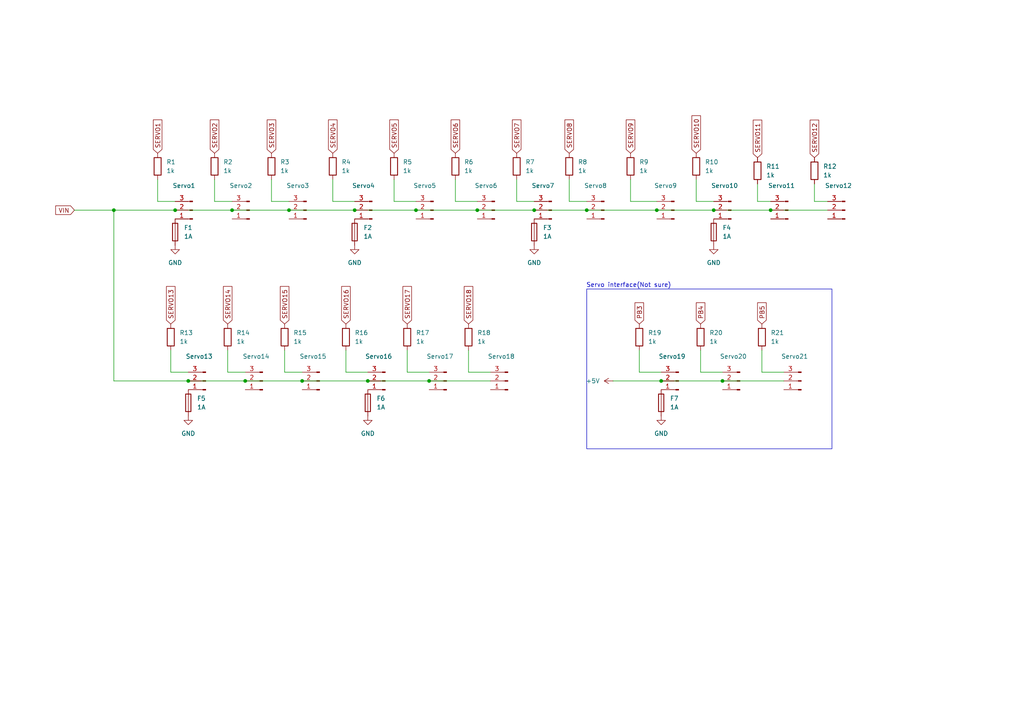
<source format=kicad_sch>
(kicad_sch
	(version 20250114)
	(generator "eeschema")
	(generator_version "9.0")
	(uuid "c470a171-bf31-4117-9398-918cecec7e46")
	(paper "A4")
	(lib_symbols
		(symbol "Connector:Conn_01x03_Pin"
			(pin_names
				(offset 1.016)
				(hide yes)
			)
			(exclude_from_sim no)
			(in_bom yes)
			(on_board yes)
			(property "Reference" "J"
				(at 0 5.08 0)
				(effects
					(font
						(size 1.27 1.27)
					)
				)
			)
			(property "Value" "Conn_01x03_Pin"
				(at 0 -5.08 0)
				(effects
					(font
						(size 1.27 1.27)
					)
				)
			)
			(property "Footprint" ""
				(at 0 0 0)
				(effects
					(font
						(size 1.27 1.27)
					)
					(hide yes)
				)
			)
			(property "Datasheet" "~"
				(at 0 0 0)
				(effects
					(font
						(size 1.27 1.27)
					)
					(hide yes)
				)
			)
			(property "Description" "Generic connector, single row, 01x03, script generated"
				(at 0 0 0)
				(effects
					(font
						(size 1.27 1.27)
					)
					(hide yes)
				)
			)
			(property "ki_locked" ""
				(at 0 0 0)
				(effects
					(font
						(size 1.27 1.27)
					)
				)
			)
			(property "ki_keywords" "connector"
				(at 0 0 0)
				(effects
					(font
						(size 1.27 1.27)
					)
					(hide yes)
				)
			)
			(property "ki_fp_filters" "Connector*:*_1x??_*"
				(at 0 0 0)
				(effects
					(font
						(size 1.27 1.27)
					)
					(hide yes)
				)
			)
			(symbol "Conn_01x03_Pin_1_1"
				(rectangle
					(start 0.8636 2.667)
					(end 0 2.413)
					(stroke
						(width 0.1524)
						(type default)
					)
					(fill
						(type outline)
					)
				)
				(rectangle
					(start 0.8636 0.127)
					(end 0 -0.127)
					(stroke
						(width 0.1524)
						(type default)
					)
					(fill
						(type outline)
					)
				)
				(rectangle
					(start 0.8636 -2.413)
					(end 0 -2.667)
					(stroke
						(width 0.1524)
						(type default)
					)
					(fill
						(type outline)
					)
				)
				(polyline
					(pts
						(xy 1.27 2.54) (xy 0.8636 2.54)
					)
					(stroke
						(width 0.1524)
						(type default)
					)
					(fill
						(type none)
					)
				)
				(polyline
					(pts
						(xy 1.27 0) (xy 0.8636 0)
					)
					(stroke
						(width 0.1524)
						(type default)
					)
					(fill
						(type none)
					)
				)
				(polyline
					(pts
						(xy 1.27 -2.54) (xy 0.8636 -2.54)
					)
					(stroke
						(width 0.1524)
						(type default)
					)
					(fill
						(type none)
					)
				)
				(pin passive line
					(at 5.08 2.54 180)
					(length 3.81)
					(name "Pin_1"
						(effects
							(font
								(size 1.27 1.27)
							)
						)
					)
					(number "1"
						(effects
							(font
								(size 1.27 1.27)
							)
						)
					)
				)
				(pin passive line
					(at 5.08 0 180)
					(length 3.81)
					(name "Pin_2"
						(effects
							(font
								(size 1.27 1.27)
							)
						)
					)
					(number "2"
						(effects
							(font
								(size 1.27 1.27)
							)
						)
					)
				)
				(pin passive line
					(at 5.08 -2.54 180)
					(length 3.81)
					(name "Pin_3"
						(effects
							(font
								(size 1.27 1.27)
							)
						)
					)
					(number "3"
						(effects
							(font
								(size 1.27 1.27)
							)
						)
					)
				)
			)
			(embedded_fonts no)
		)
		(symbol "Device:Fuse"
			(pin_numbers
				(hide yes)
			)
			(pin_names
				(offset 0)
			)
			(exclude_from_sim no)
			(in_bom yes)
			(on_board yes)
			(property "Reference" "F"
				(at 2.032 0 90)
				(effects
					(font
						(size 1.27 1.27)
					)
				)
			)
			(property "Value" "Fuse"
				(at -1.905 0 90)
				(effects
					(font
						(size 1.27 1.27)
					)
				)
			)
			(property "Footprint" ""
				(at -1.778 0 90)
				(effects
					(font
						(size 1.27 1.27)
					)
					(hide yes)
				)
			)
			(property "Datasheet" "~"
				(at 0 0 0)
				(effects
					(font
						(size 1.27 1.27)
					)
					(hide yes)
				)
			)
			(property "Description" "Fuse"
				(at 0 0 0)
				(effects
					(font
						(size 1.27 1.27)
					)
					(hide yes)
				)
			)
			(property "ki_keywords" "fuse"
				(at 0 0 0)
				(effects
					(font
						(size 1.27 1.27)
					)
					(hide yes)
				)
			)
			(property "ki_fp_filters" "*Fuse*"
				(at 0 0 0)
				(effects
					(font
						(size 1.27 1.27)
					)
					(hide yes)
				)
			)
			(symbol "Fuse_0_1"
				(rectangle
					(start -0.762 -2.54)
					(end 0.762 2.54)
					(stroke
						(width 0.254)
						(type default)
					)
					(fill
						(type none)
					)
				)
				(polyline
					(pts
						(xy 0 2.54) (xy 0 -2.54)
					)
					(stroke
						(width 0)
						(type default)
					)
					(fill
						(type none)
					)
				)
			)
			(symbol "Fuse_1_1"
				(pin passive line
					(at 0 3.81 270)
					(length 1.27)
					(name "~"
						(effects
							(font
								(size 1.27 1.27)
							)
						)
					)
					(number "1"
						(effects
							(font
								(size 1.27 1.27)
							)
						)
					)
				)
				(pin passive line
					(at 0 -3.81 90)
					(length 1.27)
					(name "~"
						(effects
							(font
								(size 1.27 1.27)
							)
						)
					)
					(number "2"
						(effects
							(font
								(size 1.27 1.27)
							)
						)
					)
				)
			)
			(embedded_fonts no)
		)
		(symbol "Device:R"
			(pin_numbers
				(hide yes)
			)
			(pin_names
				(offset 0)
			)
			(exclude_from_sim no)
			(in_bom yes)
			(on_board yes)
			(property "Reference" "R"
				(at 2.032 0 90)
				(effects
					(font
						(size 1.27 1.27)
					)
				)
			)
			(property "Value" "R"
				(at 0 0 90)
				(effects
					(font
						(size 1.27 1.27)
					)
				)
			)
			(property "Footprint" ""
				(at -1.778 0 90)
				(effects
					(font
						(size 1.27 1.27)
					)
					(hide yes)
				)
			)
			(property "Datasheet" "~"
				(at 0 0 0)
				(effects
					(font
						(size 1.27 1.27)
					)
					(hide yes)
				)
			)
			(property "Description" "Resistor"
				(at 0 0 0)
				(effects
					(font
						(size 1.27 1.27)
					)
					(hide yes)
				)
			)
			(property "ki_keywords" "R res resistor"
				(at 0 0 0)
				(effects
					(font
						(size 1.27 1.27)
					)
					(hide yes)
				)
			)
			(property "ki_fp_filters" "R_*"
				(at 0 0 0)
				(effects
					(font
						(size 1.27 1.27)
					)
					(hide yes)
				)
			)
			(symbol "R_0_1"
				(rectangle
					(start -1.016 -2.54)
					(end 1.016 2.54)
					(stroke
						(width 0.254)
						(type default)
					)
					(fill
						(type none)
					)
				)
			)
			(symbol "R_1_1"
				(pin passive line
					(at 0 3.81 270)
					(length 1.27)
					(name "~"
						(effects
							(font
								(size 1.27 1.27)
							)
						)
					)
					(number "1"
						(effects
							(font
								(size 1.27 1.27)
							)
						)
					)
				)
				(pin passive line
					(at 0 -3.81 90)
					(length 1.27)
					(name "~"
						(effects
							(font
								(size 1.27 1.27)
							)
						)
					)
					(number "2"
						(effects
							(font
								(size 1.27 1.27)
							)
						)
					)
				)
			)
			(embedded_fonts no)
		)
		(symbol "power:+5V"
			(power)
			(pin_numbers
				(hide yes)
			)
			(pin_names
				(offset 0)
				(hide yes)
			)
			(exclude_from_sim no)
			(in_bom yes)
			(on_board yes)
			(property "Reference" "#PWR"
				(at 0 -3.81 0)
				(effects
					(font
						(size 1.27 1.27)
					)
					(hide yes)
				)
			)
			(property "Value" "+5V"
				(at 0 3.556 0)
				(effects
					(font
						(size 1.27 1.27)
					)
				)
			)
			(property "Footprint" ""
				(at 0 0 0)
				(effects
					(font
						(size 1.27 1.27)
					)
					(hide yes)
				)
			)
			(property "Datasheet" ""
				(at 0 0 0)
				(effects
					(font
						(size 1.27 1.27)
					)
					(hide yes)
				)
			)
			(property "Description" "Power symbol creates a global label with name \"+5V\""
				(at 0 0 0)
				(effects
					(font
						(size 1.27 1.27)
					)
					(hide yes)
				)
			)
			(property "ki_keywords" "global power"
				(at 0 0 0)
				(effects
					(font
						(size 1.27 1.27)
					)
					(hide yes)
				)
			)
			(symbol "+5V_0_1"
				(polyline
					(pts
						(xy -0.762 1.27) (xy 0 2.54)
					)
					(stroke
						(width 0)
						(type default)
					)
					(fill
						(type none)
					)
				)
				(polyline
					(pts
						(xy 0 2.54) (xy 0.762 1.27)
					)
					(stroke
						(width 0)
						(type default)
					)
					(fill
						(type none)
					)
				)
				(polyline
					(pts
						(xy 0 0) (xy 0 2.54)
					)
					(stroke
						(width 0)
						(type default)
					)
					(fill
						(type none)
					)
				)
			)
			(symbol "+5V_1_1"
				(pin power_in line
					(at 0 0 90)
					(length 0)
					(name "~"
						(effects
							(font
								(size 1.27 1.27)
							)
						)
					)
					(number "1"
						(effects
							(font
								(size 1.27 1.27)
							)
						)
					)
				)
			)
			(embedded_fonts no)
		)
		(symbol "power:GND"
			(power)
			(pin_numbers
				(hide yes)
			)
			(pin_names
				(offset 0)
				(hide yes)
			)
			(exclude_from_sim no)
			(in_bom yes)
			(on_board yes)
			(property "Reference" "#PWR"
				(at 0 -6.35 0)
				(effects
					(font
						(size 1.27 1.27)
					)
					(hide yes)
				)
			)
			(property "Value" "GND"
				(at 0 -3.81 0)
				(effects
					(font
						(size 1.27 1.27)
					)
				)
			)
			(property "Footprint" ""
				(at 0 0 0)
				(effects
					(font
						(size 1.27 1.27)
					)
					(hide yes)
				)
			)
			(property "Datasheet" ""
				(at 0 0 0)
				(effects
					(font
						(size 1.27 1.27)
					)
					(hide yes)
				)
			)
			(property "Description" "Power symbol creates a global label with name \"GND\" , ground"
				(at 0 0 0)
				(effects
					(font
						(size 1.27 1.27)
					)
					(hide yes)
				)
			)
			(property "ki_keywords" "global power"
				(at 0 0 0)
				(effects
					(font
						(size 1.27 1.27)
					)
					(hide yes)
				)
			)
			(symbol "GND_0_1"
				(polyline
					(pts
						(xy 0 0) (xy 0 -1.27) (xy 1.27 -1.27) (xy 0 -2.54) (xy -1.27 -1.27) (xy 0 -1.27)
					)
					(stroke
						(width 0)
						(type default)
					)
					(fill
						(type none)
					)
				)
			)
			(symbol "GND_1_1"
				(pin power_in line
					(at 0 0 270)
					(length 0)
					(name "~"
						(effects
							(font
								(size 1.27 1.27)
							)
						)
					)
					(number "1"
						(effects
							(font
								(size 1.27 1.27)
							)
						)
					)
				)
			)
			(embedded_fonts no)
		)
	)
	(rectangle
		(start 170.18 83.82)
		(end 241.3 130.175)
		(stroke
			(width 0)
			(type default)
		)
		(fill
			(type none)
		)
		(uuid 5bf017a6-098e-42dc-88d4-137a6414a386)
	)
	(text "Servo interface(Not sure)\n"
		(exclude_from_sim no)
		(at 182.372 82.804 0)
		(effects
			(font
				(size 1.27 1.27)
			)
		)
		(uuid "6636101f-68f0-447b-8d88-25b24df17f4e")
	)
	(junction
		(at 124.46 110.49)
		(diameter 0)
		(color 0 0 0 0)
		(uuid "22b2534f-b77c-44c3-a810-dae80b9709d3")
	)
	(junction
		(at 138.43 60.96)
		(diameter 0)
		(color 0 0 0 0)
		(uuid "28b2e792-5bcb-48fd-b70a-44b4510b382c")
	)
	(junction
		(at 71.12 110.49)
		(diameter 0)
		(color 0 0 0 0)
		(uuid "43a14b3d-8017-4705-a3ce-2665f766dc16")
	)
	(junction
		(at 54.61 110.49)
		(diameter 0)
		(color 0 0 0 0)
		(uuid "4d5a488e-3af0-46d1-a020-b1f53fe76873")
	)
	(junction
		(at 106.68 110.49)
		(diameter 0)
		(color 0 0 0 0)
		(uuid "5932c392-1052-4c1f-9e1d-bb519d288d5c")
	)
	(junction
		(at 170.18 60.96)
		(diameter 0)
		(color 0 0 0 0)
		(uuid "66f62fba-474d-497f-b05a-9201afb31ad3")
	)
	(junction
		(at 223.52 60.96)
		(diameter 0)
		(color 0 0 0 0)
		(uuid "8ddb6c55-0d30-47f2-bd55-cb842481ed9c")
	)
	(junction
		(at 83.82 60.96)
		(diameter 0)
		(color 0 0 0 0)
		(uuid "934c86b1-fd78-4d4c-a6db-fd7d3957f562")
	)
	(junction
		(at 120.65 60.96)
		(diameter 0)
		(color 0 0 0 0)
		(uuid "b2ebc690-b2e1-4c49-aa57-e8f75b7e27f1")
	)
	(junction
		(at 87.63 110.49)
		(diameter 0)
		(color 0 0 0 0)
		(uuid "cf960a31-b7da-42dc-8aab-20eb9aaa1b92")
	)
	(junction
		(at 154.94 60.96)
		(diameter 0)
		(color 0 0 0 0)
		(uuid "d6b05960-9574-4080-ac5b-1a360956c688")
	)
	(junction
		(at 33.02 60.96)
		(diameter 0)
		(color 0 0 0 0)
		(uuid "d914d390-a8f3-415d-b7e0-c5cc8474506a")
	)
	(junction
		(at 50.8 60.96)
		(diameter 0)
		(color 0 0 0 0)
		(uuid "dfededb9-79ec-4a10-9426-5a6b003d124e")
	)
	(junction
		(at 190.5 60.96)
		(diameter 0)
		(color 0 0 0 0)
		(uuid "e0cfa4df-2328-4158-b8f8-7720047b4d36")
	)
	(junction
		(at 191.77 110.49)
		(diameter 0)
		(color 0 0 0 0)
		(uuid "e2378315-23ef-4f04-b10b-530d359c8f19")
	)
	(junction
		(at 102.87 60.96)
		(diameter 0)
		(color 0 0 0 0)
		(uuid "f1721a93-a256-45b6-82ac-53d23cd3038d")
	)
	(junction
		(at 209.55 110.49)
		(diameter 0)
		(color 0 0 0 0)
		(uuid "f2d9917c-daf3-473e-a360-e99c127e99d9")
	)
	(junction
		(at 207.01 60.96)
		(diameter 0)
		(color 0 0 0 0)
		(uuid "f6968cff-4eb5-4c47-8bcd-88fdc0c72d13")
	)
	(junction
		(at 67.31 60.96)
		(diameter 0)
		(color 0 0 0 0)
		(uuid "fe764923-f76f-440f-9b3e-8c5661b0b14c")
	)
	(wire
		(pts
			(xy 209.55 110.49) (xy 227.33 110.49)
		)
		(stroke
			(width 0)
			(type default)
		)
		(uuid "011bdb9a-28ab-40ba-bf90-f2ecd757b072")
	)
	(wire
		(pts
			(xy 66.04 101.6) (xy 66.04 107.95)
		)
		(stroke
			(width 0)
			(type default)
		)
		(uuid "082a0b37-9e04-4f7f-817a-a8a6ea10ff8d")
	)
	(wire
		(pts
			(xy 82.55 101.6) (xy 82.55 107.95)
		)
		(stroke
			(width 0)
			(type default)
		)
		(uuid "0b57999e-5604-45c6-aaaf-f86c1620ce08")
	)
	(wire
		(pts
			(xy 165.1 58.42) (xy 170.18 58.42)
		)
		(stroke
			(width 0)
			(type default)
		)
		(uuid "0c79df34-34bc-42c1-86ad-2b02f9f6433d")
	)
	(wire
		(pts
			(xy 177.8 110.49) (xy 191.77 110.49)
		)
		(stroke
			(width 0)
			(type default)
		)
		(uuid "0dddf562-c462-4860-b5ee-5f9adf424fc4")
	)
	(wire
		(pts
			(xy 67.31 60.96) (xy 83.82 60.96)
		)
		(stroke
			(width 0)
			(type default)
		)
		(uuid "1a5565b4-4086-476b-84a7-52b36e0d3a9d")
	)
	(wire
		(pts
			(xy 114.3 58.42) (xy 120.65 58.42)
		)
		(stroke
			(width 0)
			(type default)
		)
		(uuid "20257952-d57b-420b-b53d-ff9f26403c44")
	)
	(wire
		(pts
			(xy 132.08 58.42) (xy 138.43 58.42)
		)
		(stroke
			(width 0)
			(type default)
		)
		(uuid "218b48ac-63a0-4e7d-aaae-50d78cc60a44")
	)
	(wire
		(pts
			(xy 190.5 60.96) (xy 207.01 60.96)
		)
		(stroke
			(width 0)
			(type default)
		)
		(uuid "25bad37a-91aa-4538-94a1-1f6b23294267")
	)
	(wire
		(pts
			(xy 100.33 101.6) (xy 100.33 107.95)
		)
		(stroke
			(width 0)
			(type default)
		)
		(uuid "36aabc3e-efbd-48e0-ad20-649e1f6a4072")
	)
	(wire
		(pts
			(xy 45.72 58.42) (xy 50.8 58.42)
		)
		(stroke
			(width 0)
			(type default)
		)
		(uuid "3eb8aab4-4825-454b-88aa-2375da2cb885")
	)
	(wire
		(pts
			(xy 49.53 101.6) (xy 49.53 107.95)
		)
		(stroke
			(width 0)
			(type default)
		)
		(uuid "420269f2-bd1b-44c8-9dc7-32cc48bc7eba")
	)
	(wire
		(pts
			(xy 106.68 110.49) (xy 124.46 110.49)
		)
		(stroke
			(width 0)
			(type default)
		)
		(uuid "43f00477-8101-4168-b214-68cdf0dc331c")
	)
	(wire
		(pts
			(xy 149.86 58.42) (xy 154.94 58.42)
		)
		(stroke
			(width 0)
			(type default)
		)
		(uuid "45448f05-c3ab-424d-ac74-ca618344567a")
	)
	(wire
		(pts
			(xy 165.1 52.07) (xy 165.1 58.42)
		)
		(stroke
			(width 0)
			(type default)
		)
		(uuid "46042f8e-dedf-4158-bc6d-9ffdaaebaf29")
	)
	(wire
		(pts
			(xy 96.52 58.42) (xy 102.87 58.42)
		)
		(stroke
			(width 0)
			(type default)
		)
		(uuid "47e52ea3-9379-43c2-9810-ce2a56a78392")
	)
	(wire
		(pts
			(xy 135.89 107.95) (xy 142.24 107.95)
		)
		(stroke
			(width 0)
			(type default)
		)
		(uuid "57cf6b4e-08ff-43b2-90a4-d9d4b2b6ab20")
	)
	(wire
		(pts
			(xy 185.42 107.95) (xy 191.77 107.95)
		)
		(stroke
			(width 0)
			(type default)
		)
		(uuid "5a33a36c-1ec0-4f7d-b18b-1bd84a179914")
	)
	(wire
		(pts
			(xy 82.55 107.95) (xy 87.63 107.95)
		)
		(stroke
			(width 0)
			(type default)
		)
		(uuid "5d30727c-be3a-4165-933d-3b7bab649e96")
	)
	(wire
		(pts
			(xy 201.93 52.07) (xy 201.93 58.42)
		)
		(stroke
			(width 0)
			(type default)
		)
		(uuid "5f691896-52d0-4c37-9c18-ca0a6533504a")
	)
	(wire
		(pts
			(xy 203.2 107.95) (xy 209.55 107.95)
		)
		(stroke
			(width 0)
			(type default)
		)
		(uuid "5fb9f757-605c-4ce3-bd5b-e68a7bbb66f3")
	)
	(wire
		(pts
			(xy 66.04 107.95) (xy 71.12 107.95)
		)
		(stroke
			(width 0)
			(type default)
		)
		(uuid "6713ab06-1aca-4d97-9902-4ce6b59d7d75")
	)
	(wire
		(pts
			(xy 236.22 58.42) (xy 240.03 58.42)
		)
		(stroke
			(width 0)
			(type default)
		)
		(uuid "693a1359-23b6-436b-ae5a-bd769eea3b30")
	)
	(wire
		(pts
			(xy 118.11 101.6) (xy 118.11 107.95)
		)
		(stroke
			(width 0)
			(type default)
		)
		(uuid "6e949fa9-4b0d-4a6d-a970-7c0f6d78b7b2")
	)
	(wire
		(pts
			(xy 201.93 58.42) (xy 207.01 58.42)
		)
		(stroke
			(width 0)
			(type default)
		)
		(uuid "7baa832c-d288-4697-b523-c6919b744c09")
	)
	(wire
		(pts
			(xy 203.2 101.6) (xy 203.2 107.95)
		)
		(stroke
			(width 0)
			(type default)
		)
		(uuid "7e09c4c1-9b0d-41d4-a8e1-e11c1a66dcc0")
	)
	(wire
		(pts
			(xy 33.02 60.96) (xy 50.8 60.96)
		)
		(stroke
			(width 0)
			(type default)
		)
		(uuid "7fcdbcf1-152c-4a39-a453-3d91e33db42d")
	)
	(wire
		(pts
			(xy 78.74 58.42) (xy 83.82 58.42)
		)
		(stroke
			(width 0)
			(type default)
		)
		(uuid "8036502d-fb59-4b98-921c-1968b4817b32")
	)
	(wire
		(pts
			(xy 54.61 110.49) (xy 71.12 110.49)
		)
		(stroke
			(width 0)
			(type default)
		)
		(uuid "819ae8dd-67d7-48a1-946a-14d5faa365cb")
	)
	(wire
		(pts
			(xy 220.98 101.6) (xy 220.98 107.95)
		)
		(stroke
			(width 0)
			(type default)
		)
		(uuid "832e065d-9f4e-49d9-89f7-f9d0d116bc2f")
	)
	(wire
		(pts
			(xy 182.88 52.07) (xy 182.88 58.42)
		)
		(stroke
			(width 0)
			(type default)
		)
		(uuid "856247bd-edea-4364-9fd1-1a99edc5c570")
	)
	(wire
		(pts
			(xy 219.71 58.42) (xy 223.52 58.42)
		)
		(stroke
			(width 0)
			(type default)
		)
		(uuid "943a5672-a917-4e46-b80f-51ec94fadfda")
	)
	(wire
		(pts
			(xy 138.43 60.96) (xy 154.94 60.96)
		)
		(stroke
			(width 0)
			(type default)
		)
		(uuid "96c5cee0-450e-452c-b58a-19dafd05fa50")
	)
	(wire
		(pts
			(xy 33.02 110.49) (xy 54.61 110.49)
		)
		(stroke
			(width 0)
			(type default)
		)
		(uuid "a7d41ec2-2d1c-4a4d-b840-e3a0cb9f31c0")
	)
	(wire
		(pts
			(xy 100.33 107.95) (xy 106.68 107.95)
		)
		(stroke
			(width 0)
			(type default)
		)
		(uuid "ac095df1-fd94-40ff-a47a-9ddd86efdceb")
	)
	(wire
		(pts
			(xy 33.02 110.49) (xy 33.02 60.96)
		)
		(stroke
			(width 0)
			(type default)
		)
		(uuid "aee1f56b-7611-4a06-a72c-e5524eb12de5")
	)
	(wire
		(pts
			(xy 120.65 60.96) (xy 138.43 60.96)
		)
		(stroke
			(width 0)
			(type default)
		)
		(uuid "af670476-f63c-44ca-a307-97652374d2af")
	)
	(wire
		(pts
			(xy 154.94 60.96) (xy 170.18 60.96)
		)
		(stroke
			(width 0)
			(type default)
		)
		(uuid "b055aef0-a745-4d36-bfd4-68859c8f18a0")
	)
	(wire
		(pts
			(xy 114.3 52.07) (xy 114.3 58.42)
		)
		(stroke
			(width 0)
			(type default)
		)
		(uuid "b3a95b99-4d2d-45a5-8b46-5ab23bf31dfb")
	)
	(wire
		(pts
			(xy 207.01 60.96) (xy 223.52 60.96)
		)
		(stroke
			(width 0)
			(type default)
		)
		(uuid "b6e033b2-a117-401a-8903-ee00fc844a91")
	)
	(wire
		(pts
			(xy 83.82 60.96) (xy 102.87 60.96)
		)
		(stroke
			(width 0)
			(type default)
		)
		(uuid "b87d51c3-8fad-4e5c-94f2-0bbf86e2acec")
	)
	(wire
		(pts
			(xy 96.52 52.07) (xy 96.52 58.42)
		)
		(stroke
			(width 0)
			(type default)
		)
		(uuid "ba5dd6ea-58c4-414f-a13a-e95d1a152510")
	)
	(wire
		(pts
			(xy 102.87 60.96) (xy 120.65 60.96)
		)
		(stroke
			(width 0)
			(type default)
		)
		(uuid "bfe2c427-b750-4115-8b41-f072cf06acd0")
	)
	(wire
		(pts
			(xy 118.11 107.95) (xy 124.46 107.95)
		)
		(stroke
			(width 0)
			(type default)
		)
		(uuid "c09ba2bc-3efd-4356-9649-0f1aaea3f9b3")
	)
	(wire
		(pts
			(xy 149.86 52.07) (xy 149.86 58.42)
		)
		(stroke
			(width 0)
			(type default)
		)
		(uuid "c87d19e6-98a3-4ba0-a53d-7d8d6458a68d")
	)
	(wire
		(pts
			(xy 223.52 60.96) (xy 240.03 60.96)
		)
		(stroke
			(width 0)
			(type default)
		)
		(uuid "c8c9afea-fd9e-4620-8844-230cc744a733")
	)
	(wire
		(pts
			(xy 21.59 60.96) (xy 33.02 60.96)
		)
		(stroke
			(width 0)
			(type default)
		)
		(uuid "c9109588-cceb-4a1f-aa7b-9f7a01da508c")
	)
	(wire
		(pts
			(xy 124.46 110.49) (xy 142.24 110.49)
		)
		(stroke
			(width 0)
			(type default)
		)
		(uuid "cd09331b-e4c0-4d92-8a22-88bdb0e05718")
	)
	(wire
		(pts
			(xy 49.53 107.95) (xy 54.61 107.95)
		)
		(stroke
			(width 0)
			(type default)
		)
		(uuid "cf3b95aa-badb-4e54-bd60-12cb65b5b169")
	)
	(wire
		(pts
			(xy 236.22 53.34) (xy 236.22 58.42)
		)
		(stroke
			(width 0)
			(type default)
		)
		(uuid "d52a79b2-bbdc-49cf-b458-9eb86383100d")
	)
	(wire
		(pts
			(xy 45.72 52.07) (xy 45.72 58.42)
		)
		(stroke
			(width 0)
			(type default)
		)
		(uuid "d80c7bf4-965b-4345-8629-f34786ca602c")
	)
	(wire
		(pts
			(xy 78.74 52.07) (xy 78.74 58.42)
		)
		(stroke
			(width 0)
			(type default)
		)
		(uuid "da08a92c-065d-4d8b-8422-be3a63bfaf62")
	)
	(wire
		(pts
			(xy 220.98 107.95) (xy 227.33 107.95)
		)
		(stroke
			(width 0)
			(type default)
		)
		(uuid "db3dd71e-b31c-4c14-bd70-cda280efb70d")
	)
	(wire
		(pts
			(xy 62.23 52.07) (xy 62.23 58.42)
		)
		(stroke
			(width 0)
			(type default)
		)
		(uuid "dbb91498-c7ae-4250-8718-d83cd7c969b0")
	)
	(wire
		(pts
			(xy 135.89 101.6) (xy 135.89 107.95)
		)
		(stroke
			(width 0)
			(type default)
		)
		(uuid "e2c830be-97a3-4106-9193-f836ed867c0a")
	)
	(wire
		(pts
			(xy 170.18 60.96) (xy 190.5 60.96)
		)
		(stroke
			(width 0)
			(type default)
		)
		(uuid "e407ca43-cf0c-48ae-97ba-940c374f8a27")
	)
	(wire
		(pts
			(xy 132.08 52.07) (xy 132.08 58.42)
		)
		(stroke
			(width 0)
			(type default)
		)
		(uuid "e490ecdb-7db0-429e-8f4d-6d8a78075740")
	)
	(wire
		(pts
			(xy 87.63 110.49) (xy 106.68 110.49)
		)
		(stroke
			(width 0)
			(type default)
		)
		(uuid "e5f19ec2-b540-4d3e-b4a8-87196af2bca6")
	)
	(wire
		(pts
			(xy 71.12 110.49) (xy 87.63 110.49)
		)
		(stroke
			(width 0)
			(type default)
		)
		(uuid "e748ff07-7de8-47f5-ba3e-8d03f731d3ad")
	)
	(wire
		(pts
			(xy 185.42 101.6) (xy 185.42 107.95)
		)
		(stroke
			(width 0)
			(type default)
		)
		(uuid "e8e04d97-21c5-49c0-869f-929b53f3a367")
	)
	(wire
		(pts
			(xy 191.77 110.49) (xy 209.55 110.49)
		)
		(stroke
			(width 0)
			(type default)
		)
		(uuid "eb774d5e-9ec9-4ff0-b93c-acd5ced80587")
	)
	(wire
		(pts
			(xy 219.71 53.34) (xy 219.71 58.42)
		)
		(stroke
			(width 0)
			(type default)
		)
		(uuid "eef062d3-4657-4e37-ad43-dac7c9aa40e6")
	)
	(wire
		(pts
			(xy 182.88 58.42) (xy 190.5 58.42)
		)
		(stroke
			(width 0)
			(type default)
		)
		(uuid "f31e8ebc-cea8-4d68-814c-1df05656827f")
	)
	(wire
		(pts
			(xy 62.23 58.42) (xy 67.31 58.42)
		)
		(stroke
			(width 0)
			(type default)
		)
		(uuid "f6cf9383-6c72-43cb-9b0e-42e0053081bd")
	)
	(wire
		(pts
			(xy 50.8 60.96) (xy 67.31 60.96)
		)
		(stroke
			(width 0)
			(type default)
		)
		(uuid "faef8a95-dc9b-41ab-9966-487ece8e677f")
	)
	(global_label "PB5"
		(shape input)
		(at 220.98 93.98 90)
		(fields_autoplaced yes)
		(effects
			(font
				(size 1.27 1.27)
			)
			(justify left)
		)
		(uuid "06426708-0eea-434b-928b-90aaeec88cfd")
		(property "Intersheetrefs" "${INTERSHEET_REFS}"
			(at 220.98 87.2453 90)
			(effects
				(font
					(size 1.27 1.27)
				)
				(justify left)
				(hide yes)
			)
		)
	)
	(global_label "PB3"
		(shape input)
		(at 185.42 93.98 90)
		(fields_autoplaced yes)
		(effects
			(font
				(size 1.27 1.27)
			)
			(justify left)
		)
		(uuid "1f600f3a-8157-492a-a71f-687765130bb6")
		(property "Intersheetrefs" "${INTERSHEET_REFS}"
			(at 185.42 87.2453 90)
			(effects
				(font
					(size 1.27 1.27)
				)
				(justify left)
				(hide yes)
			)
		)
	)
	(global_label "SERVO14"
		(shape input)
		(at 66.04 93.98 90)
		(fields_autoplaced yes)
		(effects
			(font
				(size 1.27 1.27)
			)
			(justify left)
		)
		(uuid "259c85a9-94eb-4ece-b3cd-b5e4dfc9bd05")
		(property "Intersheetrefs" "${INTERSHEET_REFS}"
			(at 66.04 82.5282 90)
			(effects
				(font
					(size 1.27 1.27)
				)
				(justify left)
				(hide yes)
			)
		)
	)
	(global_label "SERVO4"
		(shape input)
		(at 96.52 44.45 90)
		(fields_autoplaced yes)
		(effects
			(font
				(size 1.27 1.27)
			)
			(justify left)
		)
		(uuid "29b148d0-9bfd-4c2a-9a01-ed3077ea2024")
		(property "Intersheetrefs" "${INTERSHEET_REFS}"
			(at 96.52 34.2077 90)
			(effects
				(font
					(size 1.27 1.27)
				)
				(justify left)
				(hide yes)
			)
		)
	)
	(global_label "SERVO1"
		(shape input)
		(at 45.72 44.45 90)
		(fields_autoplaced yes)
		(effects
			(font
				(size 1.27 1.27)
			)
			(justify left)
		)
		(uuid "32d92e44-b3b1-45fb-8933-6b880375e096")
		(property "Intersheetrefs" "${INTERSHEET_REFS}"
			(at 45.72 34.2077 90)
			(effects
				(font
					(size 1.27 1.27)
				)
				(justify left)
				(hide yes)
			)
		)
	)
	(global_label "SERVO13"
		(shape input)
		(at 49.53 93.98 90)
		(fields_autoplaced yes)
		(effects
			(font
				(size 1.27 1.27)
			)
			(justify left)
		)
		(uuid "3472c6ee-3dc2-45b2-bc8b-0712eb6614fd")
		(property "Intersheetrefs" "${INTERSHEET_REFS}"
			(at 49.53 82.5282 90)
			(effects
				(font
					(size 1.27 1.27)
				)
				(justify left)
				(hide yes)
			)
		)
	)
	(global_label "SERVO15"
		(shape input)
		(at 82.55 93.98 90)
		(fields_autoplaced yes)
		(effects
			(font
				(size 1.27 1.27)
			)
			(justify left)
		)
		(uuid "3492428a-87e2-4148-a005-d1a858f93c5f")
		(property "Intersheetrefs" "${INTERSHEET_REFS}"
			(at 82.55 82.5282 90)
			(effects
				(font
					(size 1.27 1.27)
				)
				(justify left)
				(hide yes)
			)
		)
	)
	(global_label "SERVO2"
		(shape input)
		(at 62.23 44.45 90)
		(fields_autoplaced yes)
		(effects
			(font
				(size 1.27 1.27)
			)
			(justify left)
		)
		(uuid "3bc4cfbc-62b8-48d3-8789-b42595610684")
		(property "Intersheetrefs" "${INTERSHEET_REFS}"
			(at 62.23 34.2077 90)
			(effects
				(font
					(size 1.27 1.27)
				)
				(justify left)
				(hide yes)
			)
		)
	)
	(global_label "SERVO12"
		(shape input)
		(at 236.22 45.72 90)
		(fields_autoplaced yes)
		(effects
			(font
				(size 1.27 1.27)
			)
			(justify left)
		)
		(uuid "72d4249b-d9bb-4108-b420-e0b906928324")
		(property "Intersheetrefs" "${INTERSHEET_REFS}"
			(at 236.22 34.2682 90)
			(effects
				(font
					(size 1.27 1.27)
				)
				(justify left)
				(hide yes)
			)
		)
	)
	(global_label "SERVO7"
		(shape input)
		(at 149.86 44.45 90)
		(fields_autoplaced yes)
		(effects
			(font
				(size 1.27 1.27)
			)
			(justify left)
		)
		(uuid "87e8a8f1-c230-449e-aee4-ac6eedd15893")
		(property "Intersheetrefs" "${INTERSHEET_REFS}"
			(at 149.86 34.2077 90)
			(effects
				(font
					(size 1.27 1.27)
				)
				(justify left)
				(hide yes)
			)
		)
	)
	(global_label "SERVO6"
		(shape input)
		(at 132.08 44.45 90)
		(fields_autoplaced yes)
		(effects
			(font
				(size 1.27 1.27)
			)
			(justify left)
		)
		(uuid "8961843a-9615-4103-8e12-edebf66bffc3")
		(property "Intersheetrefs" "${INTERSHEET_REFS}"
			(at 132.08 34.2077 90)
			(effects
				(font
					(size 1.27 1.27)
				)
				(justify left)
				(hide yes)
			)
		)
	)
	(global_label "SERVO18"
		(shape input)
		(at 135.89 93.98 90)
		(fields_autoplaced yes)
		(effects
			(font
				(size 1.27 1.27)
			)
			(justify left)
		)
		(uuid "8f6e15a8-5858-48ff-b0e4-e22ca0962ade")
		(property "Intersheetrefs" "${INTERSHEET_REFS}"
			(at 135.89 82.5282 90)
			(effects
				(font
					(size 1.27 1.27)
				)
				(justify left)
				(hide yes)
			)
		)
	)
	(global_label "VIN"
		(shape input)
		(at 21.59 60.96 180)
		(fields_autoplaced yes)
		(effects
			(font
				(size 1.27 1.27)
			)
			(justify right)
		)
		(uuid "946b45a4-b523-4282-88bb-c3c6c1bd9d91")
		(property "Intersheetrefs" "${INTERSHEET_REFS}"
			(at 15.5809 60.96 0)
			(effects
				(font
					(size 1.27 1.27)
				)
				(justify right)
				(hide yes)
			)
		)
	)
	(global_label "SERVO8"
		(shape input)
		(at 165.1 44.45 90)
		(fields_autoplaced yes)
		(effects
			(font
				(size 1.27 1.27)
			)
			(justify left)
		)
		(uuid "96c4b1b9-3d61-4b96-b53d-bc8fb91bac40")
		(property "Intersheetrefs" "${INTERSHEET_REFS}"
			(at 165.1 34.2077 90)
			(effects
				(font
					(size 1.27 1.27)
				)
				(justify left)
				(hide yes)
			)
		)
	)
	(global_label "SERVO9"
		(shape input)
		(at 182.88 44.45 90)
		(fields_autoplaced yes)
		(effects
			(font
				(size 1.27 1.27)
			)
			(justify left)
		)
		(uuid "983e6b1c-5fca-432e-89a9-0649f78b56ce")
		(property "Intersheetrefs" "${INTERSHEET_REFS}"
			(at 182.88 34.2077 90)
			(effects
				(font
					(size 1.27 1.27)
				)
				(justify left)
				(hide yes)
			)
		)
	)
	(global_label "SERVO3"
		(shape input)
		(at 78.74 44.45 90)
		(fields_autoplaced yes)
		(effects
			(font
				(size 1.27 1.27)
			)
			(justify left)
		)
		(uuid "a68db28e-9975-41f9-a4a2-ad09e356a041")
		(property "Intersheetrefs" "${INTERSHEET_REFS}"
			(at 78.74 34.2077 90)
			(effects
				(font
					(size 1.27 1.27)
				)
				(justify left)
				(hide yes)
			)
		)
	)
	(global_label "SERVO5"
		(shape input)
		(at 114.3 44.45 90)
		(fields_autoplaced yes)
		(effects
			(font
				(size 1.27 1.27)
			)
			(justify left)
		)
		(uuid "b51d3724-25bc-4f57-9dbb-c104b5906601")
		(property "Intersheetrefs" "${INTERSHEET_REFS}"
			(at 114.3 34.2077 90)
			(effects
				(font
					(size 1.27 1.27)
				)
				(justify left)
				(hide yes)
			)
		)
	)
	(global_label "SERVO17"
		(shape input)
		(at 118.11 93.98 90)
		(fields_autoplaced yes)
		(effects
			(font
				(size 1.27 1.27)
			)
			(justify left)
		)
		(uuid "c0a9d8cf-6983-41da-8bb9-eef5e958c264")
		(property "Intersheetrefs" "${INTERSHEET_REFS}"
			(at 118.11 82.5282 90)
			(effects
				(font
					(size 1.27 1.27)
				)
				(justify left)
				(hide yes)
			)
		)
	)
	(global_label "PB4"
		(shape input)
		(at 203.2 93.98 90)
		(fields_autoplaced yes)
		(effects
			(font
				(size 1.27 1.27)
			)
			(justify left)
		)
		(uuid "d88c6c8d-2569-42b8-8c8c-79daf767bdca")
		(property "Intersheetrefs" "${INTERSHEET_REFS}"
			(at 203.2 87.2453 90)
			(effects
				(font
					(size 1.27 1.27)
				)
				(justify left)
				(hide yes)
			)
		)
	)
	(global_label "SERVO16"
		(shape input)
		(at 100.33 93.98 90)
		(fields_autoplaced yes)
		(effects
			(font
				(size 1.27 1.27)
			)
			(justify left)
		)
		(uuid "dfec0361-1c5a-4d54-b8a6-b6544f85b1f7")
		(property "Intersheetrefs" "${INTERSHEET_REFS}"
			(at 100.33 82.5282 90)
			(effects
				(font
					(size 1.27 1.27)
				)
				(justify left)
				(hide yes)
			)
		)
	)
	(global_label "SERVO11"
		(shape input)
		(at 219.71 45.72 90)
		(fields_autoplaced yes)
		(effects
			(font
				(size 1.27 1.27)
			)
			(justify left)
		)
		(uuid "f8c97d18-a700-41d0-9d64-6e6eb8d00ff2")
		(property "Intersheetrefs" "${INTERSHEET_REFS}"
			(at 219.71 34.2682 90)
			(effects
				(font
					(size 1.27 1.27)
				)
				(justify left)
				(hide yes)
			)
		)
	)
	(global_label "SERVO10"
		(shape input)
		(at 201.93 44.45 90)
		(fields_autoplaced yes)
		(effects
			(font
				(size 1.27 1.27)
			)
			(justify left)
		)
		(uuid "fad63637-0246-47da-9b3b-34960c89ee97")
		(property "Intersheetrefs" "${INTERSHEET_REFS}"
			(at 201.93 32.9982 90)
			(effects
				(font
					(size 1.27 1.27)
				)
				(justify left)
				(hide yes)
			)
		)
	)
	(symbol
		(lib_id "Device:R")
		(at 82.55 97.79 0)
		(unit 1)
		(exclude_from_sim no)
		(in_bom yes)
		(on_board yes)
		(dnp no)
		(fields_autoplaced yes)
		(uuid "0a787ee7-8467-40a8-8984-673d84d71f53")
		(property "Reference" "R15"
			(at 85.09 96.5199 0)
			(effects
				(font
					(size 1.27 1.27)
				)
				(justify left)
			)
		)
		(property "Value" "1k"
			(at 85.09 99.0599 0)
			(effects
				(font
					(size 1.27 1.27)
				)
				(justify left)
			)
		)
		(property "Footprint" ""
			(at 80.772 97.79 90)
			(effects
				(font
					(size 1.27 1.27)
				)
				(hide yes)
			)
		)
		(property "Datasheet" "~"
			(at 82.55 97.79 0)
			(effects
				(font
					(size 1.27 1.27)
				)
				(hide yes)
			)
		)
		(property "Description" "Resistor"
			(at 82.55 97.79 0)
			(effects
				(font
					(size 1.27 1.27)
				)
				(hide yes)
			)
		)
		(pin "1"
			(uuid "1e0d518d-e06b-4a93-9848-f7983f5b6da3")
		)
		(pin "2"
			(uuid "e670919e-24fc-4dfe-959e-9731b8d8ce9f")
		)
		(instances
			(project "miniHexa"
				(path "/3449ee66-2977-4802-a474-0821cdf4e79b/ab6fc79c-7afe-4f15-867d-9973f20f9319"
					(reference "R15")
					(unit 1)
				)
			)
		)
	)
	(symbol
		(lib_id "Device:R")
		(at 45.72 48.26 0)
		(unit 1)
		(exclude_from_sim no)
		(in_bom yes)
		(on_board yes)
		(dnp no)
		(fields_autoplaced yes)
		(uuid "174e3549-b80c-4512-8eab-830252695dd9")
		(property "Reference" "R1"
			(at 48.26 46.9899 0)
			(effects
				(font
					(size 1.27 1.27)
				)
				(justify left)
			)
		)
		(property "Value" "1k"
			(at 48.26 49.5299 0)
			(effects
				(font
					(size 1.27 1.27)
				)
				(justify left)
			)
		)
		(property "Footprint" ""
			(at 43.942 48.26 90)
			(effects
				(font
					(size 1.27 1.27)
				)
				(hide yes)
			)
		)
		(property "Datasheet" "~"
			(at 45.72 48.26 0)
			(effects
				(font
					(size 1.27 1.27)
				)
				(hide yes)
			)
		)
		(property "Description" "Resistor"
			(at 45.72 48.26 0)
			(effects
				(font
					(size 1.27 1.27)
				)
				(hide yes)
			)
		)
		(pin "1"
			(uuid "502e1bb7-2641-42d2-a00c-78690a1c7ccf")
		)
		(pin "2"
			(uuid "b700f20c-9b72-46b6-ba06-05875a1b79cf")
		)
		(instances
			(project ""
				(path "/3449ee66-2977-4802-a474-0821cdf4e79b/ab6fc79c-7afe-4f15-867d-9973f20f9319"
					(reference "R1")
					(unit 1)
				)
			)
		)
	)
	(symbol
		(lib_id "Connector:Conn_01x03_Pin")
		(at 175.26 60.96 180)
		(unit 1)
		(exclude_from_sim no)
		(in_bom yes)
		(on_board yes)
		(dnp no)
		(uuid "191caa7e-65c2-41db-ac6d-55c1110e011a")
		(property "Reference" "Servo8"
			(at 169.418 53.848 0)
			(effects
				(font
					(size 1.27 1.27)
				)
				(justify right)
			)
		)
		(property "Value" "Conn_01x03_Pin"
			(at 176.53 62.2299 0)
			(effects
				(font
					(size 1.27 1.27)
				)
				(justify right)
				(hide yes)
			)
		)
		(property "Footprint" ""
			(at 175.26 60.96 0)
			(effects
				(font
					(size 1.27 1.27)
				)
				(hide yes)
			)
		)
		(property "Datasheet" "~"
			(at 175.26 60.96 0)
			(effects
				(font
					(size 1.27 1.27)
				)
				(hide yes)
			)
		)
		(property "Description" "Generic connector, single row, 01x03, script generated"
			(at 175.26 60.96 0)
			(effects
				(font
					(size 1.27 1.27)
				)
				(hide yes)
			)
		)
		(pin "3"
			(uuid "69fd6544-fc2f-4d69-bff1-1c06354fe403")
		)
		(pin "1"
			(uuid "e4ab5e4f-3516-4a8e-962e-9db4f2db3795")
		)
		(pin "2"
			(uuid "b0ca2856-8bba-4ef7-8d95-9a05b06edc61")
		)
		(instances
			(project "miniHexa"
				(path "/3449ee66-2977-4802-a474-0821cdf4e79b/ab6fc79c-7afe-4f15-867d-9973f20f9319"
					(reference "Servo8")
					(unit 1)
				)
			)
		)
	)
	(symbol
		(lib_id "Connector:Conn_01x03_Pin")
		(at 72.39 60.96 180)
		(unit 1)
		(exclude_from_sim no)
		(in_bom yes)
		(on_board yes)
		(dnp no)
		(uuid "1ccc8e17-6cdd-4a1d-a8a6-2467af5664b7")
		(property "Reference" "Servo2"
			(at 66.548 53.848 0)
			(effects
				(font
					(size 1.27 1.27)
				)
				(justify right)
			)
		)
		(property "Value" "Conn_01x03_Pin"
			(at 73.66 62.2299 0)
			(effects
				(font
					(size 1.27 1.27)
				)
				(justify right)
				(hide yes)
			)
		)
		(property "Footprint" ""
			(at 72.39 60.96 0)
			(effects
				(font
					(size 1.27 1.27)
				)
				(hide yes)
			)
		)
		(property "Datasheet" "~"
			(at 72.39 60.96 0)
			(effects
				(font
					(size 1.27 1.27)
				)
				(hide yes)
			)
		)
		(property "Description" "Generic connector, single row, 01x03, script generated"
			(at 72.39 60.96 0)
			(effects
				(font
					(size 1.27 1.27)
				)
				(hide yes)
			)
		)
		(pin "3"
			(uuid "66bc1547-65d2-467b-9529-283337e01d50")
		)
		(pin "1"
			(uuid "f4c7b8dd-d7f8-42af-8633-e81740eaa9e3")
		)
		(pin "2"
			(uuid "c213c577-35a6-4aad-af00-eee91adcf8ed")
		)
		(instances
			(project "miniHexa"
				(path "/3449ee66-2977-4802-a474-0821cdf4e79b/ab6fc79c-7afe-4f15-867d-9973f20f9319"
					(reference "Servo2")
					(unit 1)
				)
			)
		)
	)
	(symbol
		(lib_id "power:GND")
		(at 102.87 71.12 0)
		(unit 1)
		(exclude_from_sim no)
		(in_bom yes)
		(on_board yes)
		(dnp no)
		(fields_autoplaced yes)
		(uuid "23d83a8b-f914-4989-a642-5782f24b6e54")
		(property "Reference" "#PWR06"
			(at 102.87 77.47 0)
			(effects
				(font
					(size 1.27 1.27)
				)
				(hide yes)
			)
		)
		(property "Value" "GND"
			(at 102.87 76.2 0)
			(effects
				(font
					(size 1.27 1.27)
				)
			)
		)
		(property "Footprint" ""
			(at 102.87 71.12 0)
			(effects
				(font
					(size 1.27 1.27)
				)
				(hide yes)
			)
		)
		(property "Datasheet" ""
			(at 102.87 71.12 0)
			(effects
				(font
					(size 1.27 1.27)
				)
				(hide yes)
			)
		)
		(property "Description" "Power symbol creates a global label with name \"GND\" , ground"
			(at 102.87 71.12 0)
			(effects
				(font
					(size 1.27 1.27)
				)
				(hide yes)
			)
		)
		(pin "1"
			(uuid "c995cbb3-a752-46b6-9ef7-1ca08e63bf25")
		)
		(instances
			(project "miniHexa"
				(path "/3449ee66-2977-4802-a474-0821cdf4e79b/ab6fc79c-7afe-4f15-867d-9973f20f9319"
					(reference "#PWR06")
					(unit 1)
				)
			)
		)
	)
	(symbol
		(lib_id "Device:R")
		(at 220.98 97.79 0)
		(unit 1)
		(exclude_from_sim no)
		(in_bom yes)
		(on_board yes)
		(dnp no)
		(fields_autoplaced yes)
		(uuid "253acfc2-38e1-4dcb-a200-d6716c408af5")
		(property "Reference" "R21"
			(at 223.52 96.5199 0)
			(effects
				(font
					(size 1.27 1.27)
				)
				(justify left)
			)
		)
		(property "Value" "1k"
			(at 223.52 99.0599 0)
			(effects
				(font
					(size 1.27 1.27)
				)
				(justify left)
			)
		)
		(property "Footprint" ""
			(at 219.202 97.79 90)
			(effects
				(font
					(size 1.27 1.27)
				)
				(hide yes)
			)
		)
		(property "Datasheet" "~"
			(at 220.98 97.79 0)
			(effects
				(font
					(size 1.27 1.27)
				)
				(hide yes)
			)
		)
		(property "Description" "Resistor"
			(at 220.98 97.79 0)
			(effects
				(font
					(size 1.27 1.27)
				)
				(hide yes)
			)
		)
		(pin "1"
			(uuid "76e8e104-ffe7-4277-80de-eb4fd5e1a355")
		)
		(pin "2"
			(uuid "cfbe9610-e028-4cea-bb05-5dd871ef5194")
		)
		(instances
			(project "miniHexa"
				(path "/3449ee66-2977-4802-a474-0821cdf4e79b/ab6fc79c-7afe-4f15-867d-9973f20f9319"
					(reference "R21")
					(unit 1)
				)
			)
		)
	)
	(symbol
		(lib_id "Device:R")
		(at 236.22 49.53 0)
		(unit 1)
		(exclude_from_sim no)
		(in_bom yes)
		(on_board yes)
		(dnp no)
		(fields_autoplaced yes)
		(uuid "265c1565-4334-464b-9705-9ee767b73c18")
		(property "Reference" "R12"
			(at 238.76 48.2599 0)
			(effects
				(font
					(size 1.27 1.27)
				)
				(justify left)
			)
		)
		(property "Value" "1k"
			(at 238.76 50.7999 0)
			(effects
				(font
					(size 1.27 1.27)
				)
				(justify left)
			)
		)
		(property "Footprint" ""
			(at 234.442 49.53 90)
			(effects
				(font
					(size 1.27 1.27)
				)
				(hide yes)
			)
		)
		(property "Datasheet" "~"
			(at 236.22 49.53 0)
			(effects
				(font
					(size 1.27 1.27)
				)
				(hide yes)
			)
		)
		(property "Description" "Resistor"
			(at 236.22 49.53 0)
			(effects
				(font
					(size 1.27 1.27)
				)
				(hide yes)
			)
		)
		(pin "1"
			(uuid "b46c3955-d91e-485f-bcd6-6690c63b12c3")
		)
		(pin "2"
			(uuid "baf00360-961a-4299-aa02-7b04550aa315")
		)
		(instances
			(project "miniHexa"
				(path "/3449ee66-2977-4802-a474-0821cdf4e79b/ab6fc79c-7afe-4f15-867d-9973f20f9319"
					(reference "R12")
					(unit 1)
				)
			)
		)
	)
	(symbol
		(lib_id "Device:R")
		(at 201.93 48.26 0)
		(unit 1)
		(exclude_from_sim no)
		(in_bom yes)
		(on_board yes)
		(dnp no)
		(fields_autoplaced yes)
		(uuid "2a3b6c64-a17c-4da2-bf27-a77f40abcde9")
		(property "Reference" "R10"
			(at 204.47 46.9899 0)
			(effects
				(font
					(size 1.27 1.27)
				)
				(justify left)
			)
		)
		(property "Value" "1k"
			(at 204.47 49.5299 0)
			(effects
				(font
					(size 1.27 1.27)
				)
				(justify left)
			)
		)
		(property "Footprint" ""
			(at 200.152 48.26 90)
			(effects
				(font
					(size 1.27 1.27)
				)
				(hide yes)
			)
		)
		(property "Datasheet" "~"
			(at 201.93 48.26 0)
			(effects
				(font
					(size 1.27 1.27)
				)
				(hide yes)
			)
		)
		(property "Description" "Resistor"
			(at 201.93 48.26 0)
			(effects
				(font
					(size 1.27 1.27)
				)
				(hide yes)
			)
		)
		(pin "1"
			(uuid "54ae4036-a13e-463f-b4c3-70aaee8c6258")
		)
		(pin "2"
			(uuid "37d00a1f-7aa7-44cb-8425-fd92b33f3f78")
		)
		(instances
			(project "miniHexa"
				(path "/3449ee66-2977-4802-a474-0821cdf4e79b/ab6fc79c-7afe-4f15-867d-9973f20f9319"
					(reference "R10")
					(unit 1)
				)
			)
		)
	)
	(symbol
		(lib_id "Connector:Conn_01x03_Pin")
		(at 76.2 110.49 180)
		(unit 1)
		(exclude_from_sim no)
		(in_bom yes)
		(on_board yes)
		(dnp no)
		(uuid "2ca249bf-5fe1-4537-b0bb-bb2f357d94a9")
		(property "Reference" "Servo14"
			(at 70.358 103.378 0)
			(effects
				(font
					(size 1.27 1.27)
				)
				(justify right)
			)
		)
		(property "Value" "Conn_01x03_Pin"
			(at 77.47 111.7599 0)
			(effects
				(font
					(size 1.27 1.27)
				)
				(justify right)
				(hide yes)
			)
		)
		(property "Footprint" ""
			(at 76.2 110.49 0)
			(effects
				(font
					(size 1.27 1.27)
				)
				(hide yes)
			)
		)
		(property "Datasheet" "~"
			(at 76.2 110.49 0)
			(effects
				(font
					(size 1.27 1.27)
				)
				(hide yes)
			)
		)
		(property "Description" "Generic connector, single row, 01x03, script generated"
			(at 76.2 110.49 0)
			(effects
				(font
					(size 1.27 1.27)
				)
				(hide yes)
			)
		)
		(pin "3"
			(uuid "24d1bf0a-a936-4609-9900-aa963f1502f5")
		)
		(pin "1"
			(uuid "e5d29325-acf9-4f56-8490-91fb1266ee59")
		)
		(pin "2"
			(uuid "4b754c69-4f3a-4d14-9bfb-cf44762a542a")
		)
		(instances
			(project "miniHexa"
				(path "/3449ee66-2977-4802-a474-0821cdf4e79b/ab6fc79c-7afe-4f15-867d-9973f20f9319"
					(reference "Servo14")
					(unit 1)
				)
			)
		)
	)
	(symbol
		(lib_id "Device:R")
		(at 96.52 48.26 0)
		(unit 1)
		(exclude_from_sim no)
		(in_bom yes)
		(on_board yes)
		(dnp no)
		(fields_autoplaced yes)
		(uuid "32cedd66-04ab-40cf-84ed-583237cf4f9a")
		(property "Reference" "R4"
			(at 99.06 46.9899 0)
			(effects
				(font
					(size 1.27 1.27)
				)
				(justify left)
			)
		)
		(property "Value" "1k"
			(at 99.06 49.5299 0)
			(effects
				(font
					(size 1.27 1.27)
				)
				(justify left)
			)
		)
		(property "Footprint" ""
			(at 94.742 48.26 90)
			(effects
				(font
					(size 1.27 1.27)
				)
				(hide yes)
			)
		)
		(property "Datasheet" "~"
			(at 96.52 48.26 0)
			(effects
				(font
					(size 1.27 1.27)
				)
				(hide yes)
			)
		)
		(property "Description" "Resistor"
			(at 96.52 48.26 0)
			(effects
				(font
					(size 1.27 1.27)
				)
				(hide yes)
			)
		)
		(pin "1"
			(uuid "ccad534f-5036-4c7a-8ba1-ee52c7541256")
		)
		(pin "2"
			(uuid "40d43a17-74f7-4a3b-b236-b20acc2c3df2")
		)
		(instances
			(project "miniHexa"
				(path "/3449ee66-2977-4802-a474-0821cdf4e79b/ab6fc79c-7afe-4f15-867d-9973f20f9319"
					(reference "R4")
					(unit 1)
				)
			)
		)
	)
	(symbol
		(lib_id "Device:R")
		(at 165.1 48.26 0)
		(unit 1)
		(exclude_from_sim no)
		(in_bom yes)
		(on_board yes)
		(dnp no)
		(fields_autoplaced yes)
		(uuid "392afa8c-726a-4da8-8420-d86b6961e03d")
		(property "Reference" "R8"
			(at 167.64 46.9899 0)
			(effects
				(font
					(size 1.27 1.27)
				)
				(justify left)
			)
		)
		(property "Value" "1k"
			(at 167.64 49.5299 0)
			(effects
				(font
					(size 1.27 1.27)
				)
				(justify left)
			)
		)
		(property "Footprint" ""
			(at 163.322 48.26 90)
			(effects
				(font
					(size 1.27 1.27)
				)
				(hide yes)
			)
		)
		(property "Datasheet" "~"
			(at 165.1 48.26 0)
			(effects
				(font
					(size 1.27 1.27)
				)
				(hide yes)
			)
		)
		(property "Description" "Resistor"
			(at 165.1 48.26 0)
			(effects
				(font
					(size 1.27 1.27)
				)
				(hide yes)
			)
		)
		(pin "1"
			(uuid "2769f2f7-a2b6-4fc9-94b2-2f6c50535088")
		)
		(pin "2"
			(uuid "df6fd049-c4ea-4c98-926a-837c966957ad")
		)
		(instances
			(project "miniHexa"
				(path "/3449ee66-2977-4802-a474-0821cdf4e79b/ab6fc79c-7afe-4f15-867d-9973f20f9319"
					(reference "R8")
					(unit 1)
				)
			)
		)
	)
	(symbol
		(lib_id "Connector:Conn_01x03_Pin")
		(at 111.76 110.49 180)
		(unit 1)
		(exclude_from_sim no)
		(in_bom yes)
		(on_board yes)
		(dnp no)
		(uuid "399c87a7-f342-4764-a3d0-f8cce6291d86")
		(property "Reference" "Servo16"
			(at 105.918 103.378 0)
			(effects
				(font
					(size 1.27 1.27)
				)
				(justify right)
			)
		)
		(property "Value" "Conn_01x03_Pin"
			(at 113.03 111.7599 0)
			(effects
				(font
					(size 1.27 1.27)
				)
				(justify right)
				(hide yes)
			)
		)
		(property "Footprint" ""
			(at 111.76 110.49 0)
			(effects
				(font
					(size 1.27 1.27)
				)
				(hide yes)
			)
		)
		(property "Datasheet" "~"
			(at 111.76 110.49 0)
			(effects
				(font
					(size 1.27 1.27)
				)
				(hide yes)
			)
		)
		(property "Description" "Generic connector, single row, 01x03, script generated"
			(at 111.76 110.49 0)
			(effects
				(font
					(size 1.27 1.27)
				)
				(hide yes)
			)
		)
		(pin "3"
			(uuid "4e2393f7-ced9-4322-ab54-32e9411e6a0f")
		)
		(pin "1"
			(uuid "e0570756-3090-44f3-9804-cc09c26e053f")
		)
		(pin "2"
			(uuid "3ecb78b9-6d65-42e2-acc9-837950c39947")
		)
		(instances
			(project "miniHexa"
				(path "/3449ee66-2977-4802-a474-0821cdf4e79b/ab6fc79c-7afe-4f15-867d-9973f20f9319"
					(reference "Servo16")
					(unit 1)
				)
			)
		)
	)
	(symbol
		(lib_id "Device:R")
		(at 149.86 48.26 0)
		(unit 1)
		(exclude_from_sim no)
		(in_bom yes)
		(on_board yes)
		(dnp no)
		(fields_autoplaced yes)
		(uuid "3af96384-3046-4e85-aad9-a7a2ffc40cd6")
		(property "Reference" "R7"
			(at 152.4 46.9899 0)
			(effects
				(font
					(size 1.27 1.27)
				)
				(justify left)
			)
		)
		(property "Value" "1k"
			(at 152.4 49.5299 0)
			(effects
				(font
					(size 1.27 1.27)
				)
				(justify left)
			)
		)
		(property "Footprint" ""
			(at 148.082 48.26 90)
			(effects
				(font
					(size 1.27 1.27)
				)
				(hide yes)
			)
		)
		(property "Datasheet" "~"
			(at 149.86 48.26 0)
			(effects
				(font
					(size 1.27 1.27)
				)
				(hide yes)
			)
		)
		(property "Description" "Resistor"
			(at 149.86 48.26 0)
			(effects
				(font
					(size 1.27 1.27)
				)
				(hide yes)
			)
		)
		(pin "1"
			(uuid "6de1a333-7742-4f87-bdcd-4aa91ebfd967")
		)
		(pin "2"
			(uuid "c70fd984-2758-48b9-a5ab-0f5beeeef078")
		)
		(instances
			(project "miniHexa"
				(path "/3449ee66-2977-4802-a474-0821cdf4e79b/ab6fc79c-7afe-4f15-867d-9973f20f9319"
					(reference "R7")
					(unit 1)
				)
			)
		)
	)
	(symbol
		(lib_id "Connector:Conn_01x03_Pin")
		(at 196.85 110.49 180)
		(unit 1)
		(exclude_from_sim no)
		(in_bom yes)
		(on_board yes)
		(dnp no)
		(uuid "4c5a7890-20fe-48a8-a080-274fadf0206f")
		(property "Reference" "Servo19"
			(at 191.008 103.378 0)
			(effects
				(font
					(size 1.27 1.27)
				)
				(justify right)
			)
		)
		(property "Value" "Conn_01x03_Pin"
			(at 198.12 111.7599 0)
			(effects
				(font
					(size 1.27 1.27)
				)
				(justify right)
				(hide yes)
			)
		)
		(property "Footprint" ""
			(at 196.85 110.49 0)
			(effects
				(font
					(size 1.27 1.27)
				)
				(hide yes)
			)
		)
		(property "Datasheet" "~"
			(at 196.85 110.49 0)
			(effects
				(font
					(size 1.27 1.27)
				)
				(hide yes)
			)
		)
		(property "Description" "Generic connector, single row, 01x03, script generated"
			(at 196.85 110.49 0)
			(effects
				(font
					(size 1.27 1.27)
				)
				(hide yes)
			)
		)
		(pin "3"
			(uuid "aa496483-c6bd-4577-b4c0-fc6fbd733406")
		)
		(pin "1"
			(uuid "a55121ae-c142-4cb1-a14e-42edc43a05af")
		)
		(pin "2"
			(uuid "f192c97c-b287-4d80-9181-3922d4073386")
		)
		(instances
			(project "miniHexa"
				(path "/3449ee66-2977-4802-a474-0821cdf4e79b/ab6fc79c-7afe-4f15-867d-9973f20f9319"
					(reference "Servo19")
					(unit 1)
				)
			)
		)
	)
	(symbol
		(lib_id "Device:R")
		(at 62.23 48.26 0)
		(unit 1)
		(exclude_from_sim no)
		(in_bom yes)
		(on_board yes)
		(dnp no)
		(fields_autoplaced yes)
		(uuid "52386264-b189-4712-afec-afe55caae092")
		(property "Reference" "R2"
			(at 64.77 46.9899 0)
			(effects
				(font
					(size 1.27 1.27)
				)
				(justify left)
			)
		)
		(property "Value" "1k"
			(at 64.77 49.5299 0)
			(effects
				(font
					(size 1.27 1.27)
				)
				(justify left)
			)
		)
		(property "Footprint" ""
			(at 60.452 48.26 90)
			(effects
				(font
					(size 1.27 1.27)
				)
				(hide yes)
			)
		)
		(property "Datasheet" "~"
			(at 62.23 48.26 0)
			(effects
				(font
					(size 1.27 1.27)
				)
				(hide yes)
			)
		)
		(property "Description" "Resistor"
			(at 62.23 48.26 0)
			(effects
				(font
					(size 1.27 1.27)
				)
				(hide yes)
			)
		)
		(pin "1"
			(uuid "b7df1417-a1d7-43be-83ef-1a6f24242924")
		)
		(pin "2"
			(uuid "5035ffe0-351c-44ac-9279-0e45689f3273")
		)
		(instances
			(project ""
				(path "/3449ee66-2977-4802-a474-0821cdf4e79b/ab6fc79c-7afe-4f15-867d-9973f20f9319"
					(reference "R2")
					(unit 1)
				)
			)
		)
	)
	(symbol
		(lib_id "Connector:Conn_01x03_Pin")
		(at 107.95 60.96 180)
		(unit 1)
		(exclude_from_sim no)
		(in_bom yes)
		(on_board yes)
		(dnp no)
		(uuid "577bbbd5-9f9f-4aaf-aa71-e1d7afe8043c")
		(property "Reference" "Servo4"
			(at 102.108 53.848 0)
			(effects
				(font
					(size 1.27 1.27)
				)
				(justify right)
			)
		)
		(property "Value" "Conn_01x03_Pin"
			(at 109.22 62.2299 0)
			(effects
				(font
					(size 1.27 1.27)
				)
				(justify right)
				(hide yes)
			)
		)
		(property "Footprint" ""
			(at 107.95 60.96 0)
			(effects
				(font
					(size 1.27 1.27)
				)
				(hide yes)
			)
		)
		(property "Datasheet" "~"
			(at 107.95 60.96 0)
			(effects
				(font
					(size 1.27 1.27)
				)
				(hide yes)
			)
		)
		(property "Description" "Generic connector, single row, 01x03, script generated"
			(at 107.95 60.96 0)
			(effects
				(font
					(size 1.27 1.27)
				)
				(hide yes)
			)
		)
		(pin "3"
			(uuid "7ec87032-31be-49c0-9bdb-f34209395489")
		)
		(pin "1"
			(uuid "aa37d7f7-c4d2-4953-b459-4359246ac1b9")
		)
		(pin "2"
			(uuid "f793664d-738d-4fc8-95fd-788cfe389a60")
		)
		(instances
			(project "miniHexa"
				(path "/3449ee66-2977-4802-a474-0821cdf4e79b/ab6fc79c-7afe-4f15-867d-9973f20f9319"
					(reference "Servo4")
					(unit 1)
				)
			)
		)
	)
	(symbol
		(lib_id "Connector:Conn_01x03_Pin")
		(at 214.63 110.49 180)
		(unit 1)
		(exclude_from_sim no)
		(in_bom yes)
		(on_board yes)
		(dnp no)
		(uuid "5cdf9dff-06c5-4bb3-94a5-f77f006b1f46")
		(property "Reference" "Servo20"
			(at 208.788 103.378 0)
			(effects
				(font
					(size 1.27 1.27)
				)
				(justify right)
			)
		)
		(property "Value" "Conn_01x03_Pin"
			(at 215.9 111.7599 0)
			(effects
				(font
					(size 1.27 1.27)
				)
				(justify right)
				(hide yes)
			)
		)
		(property "Footprint" ""
			(at 214.63 110.49 0)
			(effects
				(font
					(size 1.27 1.27)
				)
				(hide yes)
			)
		)
		(property "Datasheet" "~"
			(at 214.63 110.49 0)
			(effects
				(font
					(size 1.27 1.27)
				)
				(hide yes)
			)
		)
		(property "Description" "Generic connector, single row, 01x03, script generated"
			(at 214.63 110.49 0)
			(effects
				(font
					(size 1.27 1.27)
				)
				(hide yes)
			)
		)
		(pin "3"
			(uuid "06c77c46-4ff2-4f20-bff9-2e67ebd3031c")
		)
		(pin "1"
			(uuid "81683dfd-5968-4f6a-a13e-6ec0fab9c0c7")
		)
		(pin "2"
			(uuid "da711c0b-8fe9-4335-bdb8-ce41c77cb130")
		)
		(instances
			(project "miniHexa"
				(path "/3449ee66-2977-4802-a474-0821cdf4e79b/ab6fc79c-7afe-4f15-867d-9973f20f9319"
					(reference "Servo20")
					(unit 1)
				)
			)
		)
	)
	(symbol
		(lib_id "Device:Fuse")
		(at 106.68 116.84 0)
		(unit 1)
		(exclude_from_sim no)
		(in_bom yes)
		(on_board yes)
		(dnp no)
		(fields_autoplaced yes)
		(uuid "665ff325-ddd5-4fd2-988b-0aaaeb6d4d48")
		(property "Reference" "F6"
			(at 109.22 115.5699 0)
			(effects
				(font
					(size 1.27 1.27)
				)
				(justify left)
			)
		)
		(property "Value" "1A"
			(at 109.22 118.1099 0)
			(effects
				(font
					(size 1.27 1.27)
				)
				(justify left)
			)
		)
		(property "Footprint" ""
			(at 104.902 116.84 90)
			(effects
				(font
					(size 1.27 1.27)
				)
				(hide yes)
			)
		)
		(property "Datasheet" "~"
			(at 106.68 116.84 0)
			(effects
				(font
					(size 1.27 1.27)
				)
				(hide yes)
			)
		)
		(property "Description" "Fuse"
			(at 106.68 116.84 0)
			(effects
				(font
					(size 1.27 1.27)
				)
				(hide yes)
			)
		)
		(pin "2"
			(uuid "4167da16-20e1-49bc-ac0c-2ded4abef647")
		)
		(pin "1"
			(uuid "f9a8c4c9-023e-4778-996b-82e59bb44a6b")
		)
		(instances
			(project "miniHexa"
				(path "/3449ee66-2977-4802-a474-0821cdf4e79b/ab6fc79c-7afe-4f15-867d-9973f20f9319"
					(reference "F6")
					(unit 1)
				)
			)
		)
	)
	(symbol
		(lib_id "Device:R")
		(at 100.33 97.79 0)
		(unit 1)
		(exclude_from_sim no)
		(in_bom yes)
		(on_board yes)
		(dnp no)
		(fields_autoplaced yes)
		(uuid "6668dccc-c81b-4fc7-8dd9-a0f1990d658b")
		(property "Reference" "R16"
			(at 102.87 96.5199 0)
			(effects
				(font
					(size 1.27 1.27)
				)
				(justify left)
			)
		)
		(property "Value" "1k"
			(at 102.87 99.0599 0)
			(effects
				(font
					(size 1.27 1.27)
				)
				(justify left)
			)
		)
		(property "Footprint" ""
			(at 98.552 97.79 90)
			(effects
				(font
					(size 1.27 1.27)
				)
				(hide yes)
			)
		)
		(property "Datasheet" "~"
			(at 100.33 97.79 0)
			(effects
				(font
					(size 1.27 1.27)
				)
				(hide yes)
			)
		)
		(property "Description" "Resistor"
			(at 100.33 97.79 0)
			(effects
				(font
					(size 1.27 1.27)
				)
				(hide yes)
			)
		)
		(pin "1"
			(uuid "be94cfec-03d2-4669-b8ae-c2793b81e00a")
		)
		(pin "2"
			(uuid "9193dfa5-7fae-483b-a77a-1621f280e3c4")
		)
		(instances
			(project "miniHexa"
				(path "/3449ee66-2977-4802-a474-0821cdf4e79b/ab6fc79c-7afe-4f15-867d-9973f20f9319"
					(reference "R16")
					(unit 1)
				)
			)
		)
	)
	(symbol
		(lib_id "Device:R")
		(at 118.11 97.79 0)
		(unit 1)
		(exclude_from_sim no)
		(in_bom yes)
		(on_board yes)
		(dnp no)
		(fields_autoplaced yes)
		(uuid "6a5ee9a1-dfdc-4f10-88ea-5c603f0e1d19")
		(property "Reference" "R17"
			(at 120.65 96.5199 0)
			(effects
				(font
					(size 1.27 1.27)
				)
				(justify left)
			)
		)
		(property "Value" "1k"
			(at 120.65 99.0599 0)
			(effects
				(font
					(size 1.27 1.27)
				)
				(justify left)
			)
		)
		(property "Footprint" ""
			(at 116.332 97.79 90)
			(effects
				(font
					(size 1.27 1.27)
				)
				(hide yes)
			)
		)
		(property "Datasheet" "~"
			(at 118.11 97.79 0)
			(effects
				(font
					(size 1.27 1.27)
				)
				(hide yes)
			)
		)
		(property "Description" "Resistor"
			(at 118.11 97.79 0)
			(effects
				(font
					(size 1.27 1.27)
				)
				(hide yes)
			)
		)
		(pin "1"
			(uuid "84ede9c2-d8c7-4057-9ffe-5a90c68db109")
		)
		(pin "2"
			(uuid "84e98804-8d64-4c1a-ad43-522cde4df7b1")
		)
		(instances
			(project "miniHexa"
				(path "/3449ee66-2977-4802-a474-0821cdf4e79b/ab6fc79c-7afe-4f15-867d-9973f20f9319"
					(reference "R17")
					(unit 1)
				)
			)
		)
	)
	(symbol
		(lib_id "Device:R")
		(at 132.08 48.26 0)
		(unit 1)
		(exclude_from_sim no)
		(in_bom yes)
		(on_board yes)
		(dnp no)
		(fields_autoplaced yes)
		(uuid "6b6821d4-5ce1-4f5f-a4a8-34b7c87f9530")
		(property "Reference" "R6"
			(at 134.62 46.9899 0)
			(effects
				(font
					(size 1.27 1.27)
				)
				(justify left)
			)
		)
		(property "Value" "1k"
			(at 134.62 49.5299 0)
			(effects
				(font
					(size 1.27 1.27)
				)
				(justify left)
			)
		)
		(property "Footprint" ""
			(at 130.302 48.26 90)
			(effects
				(font
					(size 1.27 1.27)
				)
				(hide yes)
			)
		)
		(property "Datasheet" "~"
			(at 132.08 48.26 0)
			(effects
				(font
					(size 1.27 1.27)
				)
				(hide yes)
			)
		)
		(property "Description" "Resistor"
			(at 132.08 48.26 0)
			(effects
				(font
					(size 1.27 1.27)
				)
				(hide yes)
			)
		)
		(pin "1"
			(uuid "aca25c5f-6a29-4802-bc33-6199204561f8")
		)
		(pin "2"
			(uuid "9f095810-6222-49c2-88e0-34f792fce18e")
		)
		(instances
			(project "miniHexa"
				(path "/3449ee66-2977-4802-a474-0821cdf4e79b/ab6fc79c-7afe-4f15-867d-9973f20f9319"
					(reference "R6")
					(unit 1)
				)
			)
		)
	)
	(symbol
		(lib_id "Device:R")
		(at 114.3 48.26 0)
		(unit 1)
		(exclude_from_sim no)
		(in_bom yes)
		(on_board yes)
		(dnp no)
		(fields_autoplaced yes)
		(uuid "6e47c5ba-8526-410b-8d80-1804a391abc5")
		(property "Reference" "R5"
			(at 116.84 46.9899 0)
			(effects
				(font
					(size 1.27 1.27)
				)
				(justify left)
			)
		)
		(property "Value" "1k"
			(at 116.84 49.5299 0)
			(effects
				(font
					(size 1.27 1.27)
				)
				(justify left)
			)
		)
		(property "Footprint" ""
			(at 112.522 48.26 90)
			(effects
				(font
					(size 1.27 1.27)
				)
				(hide yes)
			)
		)
		(property "Datasheet" "~"
			(at 114.3 48.26 0)
			(effects
				(font
					(size 1.27 1.27)
				)
				(hide yes)
			)
		)
		(property "Description" "Resistor"
			(at 114.3 48.26 0)
			(effects
				(font
					(size 1.27 1.27)
				)
				(hide yes)
			)
		)
		(pin "1"
			(uuid "2ab0b81a-5871-4ee0-8a4b-ac85e9a47085")
		)
		(pin "2"
			(uuid "c235033c-3d07-40f1-967d-92caca4629cc")
		)
		(instances
			(project "miniHexa"
				(path "/3449ee66-2977-4802-a474-0821cdf4e79b/ab6fc79c-7afe-4f15-867d-9973f20f9319"
					(reference "R5")
					(unit 1)
				)
			)
		)
	)
	(symbol
		(lib_id "Device:R")
		(at 185.42 97.79 0)
		(unit 1)
		(exclude_from_sim no)
		(in_bom yes)
		(on_board yes)
		(dnp no)
		(fields_autoplaced yes)
		(uuid "74a69817-9eb3-46eb-bc46-bed5693b0639")
		(property "Reference" "R19"
			(at 187.96 96.5199 0)
			(effects
				(font
					(size 1.27 1.27)
				)
				(justify left)
			)
		)
		(property "Value" "1k"
			(at 187.96 99.0599 0)
			(effects
				(font
					(size 1.27 1.27)
				)
				(justify left)
			)
		)
		(property "Footprint" ""
			(at 183.642 97.79 90)
			(effects
				(font
					(size 1.27 1.27)
				)
				(hide yes)
			)
		)
		(property "Datasheet" "~"
			(at 185.42 97.79 0)
			(effects
				(font
					(size 1.27 1.27)
				)
				(hide yes)
			)
		)
		(property "Description" "Resistor"
			(at 185.42 97.79 0)
			(effects
				(font
					(size 1.27 1.27)
				)
				(hide yes)
			)
		)
		(pin "1"
			(uuid "8925d0bf-e937-4fcb-8cb4-b08c8a2a287b")
		)
		(pin "2"
			(uuid "d17815d3-09b2-4613-9039-36a1ecd42aff")
		)
		(instances
			(project "miniHexa"
				(path "/3449ee66-2977-4802-a474-0821cdf4e79b/ab6fc79c-7afe-4f15-867d-9973f20f9319"
					(reference "R19")
					(unit 1)
				)
			)
		)
	)
	(symbol
		(lib_id "Connector:Conn_01x03_Pin")
		(at 88.9 60.96 180)
		(unit 1)
		(exclude_from_sim no)
		(in_bom yes)
		(on_board yes)
		(dnp no)
		(uuid "7c648fe3-81f6-44d9-8a9f-6a7ee6ffc02a")
		(property "Reference" "Servo3"
			(at 83.058 53.848 0)
			(effects
				(font
					(size 1.27 1.27)
				)
				(justify right)
			)
		)
		(property "Value" "Conn_01x03_Pin"
			(at 90.17 62.2299 0)
			(effects
				(font
					(size 1.27 1.27)
				)
				(justify right)
				(hide yes)
			)
		)
		(property "Footprint" ""
			(at 88.9 60.96 0)
			(effects
				(font
					(size 1.27 1.27)
				)
				(hide yes)
			)
		)
		(property "Datasheet" "~"
			(at 88.9 60.96 0)
			(effects
				(font
					(size 1.27 1.27)
				)
				(hide yes)
			)
		)
		(property "Description" "Generic connector, single row, 01x03, script generated"
			(at 88.9 60.96 0)
			(effects
				(font
					(size 1.27 1.27)
				)
				(hide yes)
			)
		)
		(pin "3"
			(uuid "80d17380-2815-4e81-a86d-aed3965dc709")
		)
		(pin "1"
			(uuid "73ce3cf5-ebc4-40bf-9c18-00bc6dd5834b")
		)
		(pin "2"
			(uuid "18afca86-d761-425d-a802-b8bda90d72b2")
		)
		(instances
			(project "miniHexa"
				(path "/3449ee66-2977-4802-a474-0821cdf4e79b/ab6fc79c-7afe-4f15-867d-9973f20f9319"
					(reference "Servo3")
					(unit 1)
				)
			)
		)
	)
	(symbol
		(lib_id "Device:Fuse")
		(at 191.77 116.84 0)
		(unit 1)
		(exclude_from_sim no)
		(in_bom yes)
		(on_board yes)
		(dnp no)
		(fields_autoplaced yes)
		(uuid "7d8a66b9-6ba7-4985-9769-a9b9e50f4107")
		(property "Reference" "F7"
			(at 194.31 115.5699 0)
			(effects
				(font
					(size 1.27 1.27)
				)
				(justify left)
			)
		)
		(property "Value" "1A"
			(at 194.31 118.1099 0)
			(effects
				(font
					(size 1.27 1.27)
				)
				(justify left)
			)
		)
		(property "Footprint" ""
			(at 189.992 116.84 90)
			(effects
				(font
					(size 1.27 1.27)
				)
				(hide yes)
			)
		)
		(property "Datasheet" "~"
			(at 191.77 116.84 0)
			(effects
				(font
					(size 1.27 1.27)
				)
				(hide yes)
			)
		)
		(property "Description" "Fuse"
			(at 191.77 116.84 0)
			(effects
				(font
					(size 1.27 1.27)
				)
				(hide yes)
			)
		)
		(pin "2"
			(uuid "ccb81c15-14ab-4d2d-b4e3-785ee5f5548c")
		)
		(pin "1"
			(uuid "788667ba-f454-4c18-9245-386aa07454e5")
		)
		(instances
			(project "miniHexa"
				(path "/3449ee66-2977-4802-a474-0821cdf4e79b/ab6fc79c-7afe-4f15-867d-9973f20f9319"
					(reference "F7")
					(unit 1)
				)
			)
		)
	)
	(symbol
		(lib_id "Device:Fuse")
		(at 50.8 67.31 0)
		(unit 1)
		(exclude_from_sim no)
		(in_bom yes)
		(on_board yes)
		(dnp no)
		(fields_autoplaced yes)
		(uuid "7e00a24d-7a2b-4bea-a6a2-4ae26ad39cd3")
		(property "Reference" "F1"
			(at 53.34 66.0399 0)
			(effects
				(font
					(size 1.27 1.27)
				)
				(justify left)
			)
		)
		(property "Value" "1A"
			(at 53.34 68.5799 0)
			(effects
				(font
					(size 1.27 1.27)
				)
				(justify left)
			)
		)
		(property "Footprint" ""
			(at 49.022 67.31 90)
			(effects
				(font
					(size 1.27 1.27)
				)
				(hide yes)
			)
		)
		(property "Datasheet" "~"
			(at 50.8 67.31 0)
			(effects
				(font
					(size 1.27 1.27)
				)
				(hide yes)
			)
		)
		(property "Description" "Fuse"
			(at 50.8 67.31 0)
			(effects
				(font
					(size 1.27 1.27)
				)
				(hide yes)
			)
		)
		(pin "2"
			(uuid "c402b574-02e8-40d1-92a3-f8fb5d51388b")
		)
		(pin "1"
			(uuid "ef9e3504-120d-4fe1-b2df-3940d1ce4afe")
		)
		(instances
			(project ""
				(path "/3449ee66-2977-4802-a474-0821cdf4e79b/ab6fc79c-7afe-4f15-867d-9973f20f9319"
					(reference "F1")
					(unit 1)
				)
			)
		)
	)
	(symbol
		(lib_id "power:GND")
		(at 50.8 71.12 0)
		(unit 1)
		(exclude_from_sim no)
		(in_bom yes)
		(on_board yes)
		(dnp no)
		(fields_autoplaced yes)
		(uuid "7f52ecad-6ef6-4ed3-9c6d-0f78e7d039db")
		(property "Reference" "#PWR03"
			(at 50.8 77.47 0)
			(effects
				(font
					(size 1.27 1.27)
				)
				(hide yes)
			)
		)
		(property "Value" "GND"
			(at 50.8 76.2 0)
			(effects
				(font
					(size 1.27 1.27)
				)
			)
		)
		(property "Footprint" ""
			(at 50.8 71.12 0)
			(effects
				(font
					(size 1.27 1.27)
				)
				(hide yes)
			)
		)
		(property "Datasheet" ""
			(at 50.8 71.12 0)
			(effects
				(font
					(size 1.27 1.27)
				)
				(hide yes)
			)
		)
		(property "Description" "Power symbol creates a global label with name \"GND\" , ground"
			(at 50.8 71.12 0)
			(effects
				(font
					(size 1.27 1.27)
				)
				(hide yes)
			)
		)
		(pin "1"
			(uuid "d46e6f96-8151-49e1-a83c-682c38385e57")
		)
		(instances
			(project ""
				(path "/3449ee66-2977-4802-a474-0821cdf4e79b/ab6fc79c-7afe-4f15-867d-9973f20f9319"
					(reference "#PWR03")
					(unit 1)
				)
			)
		)
	)
	(symbol
		(lib_id "Connector:Conn_01x03_Pin")
		(at 232.41 110.49 180)
		(unit 1)
		(exclude_from_sim no)
		(in_bom yes)
		(on_board yes)
		(dnp no)
		(uuid "86741aba-6623-4cc3-98a5-860fe6fe6873")
		(property "Reference" "Servo21"
			(at 226.568 103.378 0)
			(effects
				(font
					(size 1.27 1.27)
				)
				(justify right)
			)
		)
		(property "Value" "Conn_01x03_Pin"
			(at 233.68 111.7599 0)
			(effects
				(font
					(size 1.27 1.27)
				)
				(justify right)
				(hide yes)
			)
		)
		(property "Footprint" ""
			(at 232.41 110.49 0)
			(effects
				(font
					(size 1.27 1.27)
				)
				(hide yes)
			)
		)
		(property "Datasheet" "~"
			(at 232.41 110.49 0)
			(effects
				(font
					(size 1.27 1.27)
				)
				(hide yes)
			)
		)
		(property "Description" "Generic connector, single row, 01x03, script generated"
			(at 232.41 110.49 0)
			(effects
				(font
					(size 1.27 1.27)
				)
				(hide yes)
			)
		)
		(pin "3"
			(uuid "2069907a-bf46-4d29-8c0c-321bfa6d6ed4")
		)
		(pin "1"
			(uuid "2a89d053-d2da-41ea-841b-162b97d316c0")
		)
		(pin "2"
			(uuid "bad5dbb9-1054-4f76-97f4-c1f3f0ec7292")
		)
		(instances
			(project "miniHexa"
				(path "/3449ee66-2977-4802-a474-0821cdf4e79b/ab6fc79c-7afe-4f15-867d-9973f20f9319"
					(reference "Servo21")
					(unit 1)
				)
			)
		)
	)
	(symbol
		(lib_id "Connector:Conn_01x03_Pin")
		(at 245.11 60.96 180)
		(unit 1)
		(exclude_from_sim no)
		(in_bom yes)
		(on_board yes)
		(dnp no)
		(uuid "8bcf08e8-5c2e-42d2-8e97-954bab87da0f")
		(property "Reference" "Servo12"
			(at 239.268 53.848 0)
			(effects
				(font
					(size 1.27 1.27)
				)
				(justify right)
			)
		)
		(property "Value" "Conn_01x03_Pin"
			(at 246.38 62.2299 0)
			(effects
				(font
					(size 1.27 1.27)
				)
				(justify right)
				(hide yes)
			)
		)
		(property "Footprint" ""
			(at 245.11 60.96 0)
			(effects
				(font
					(size 1.27 1.27)
				)
				(hide yes)
			)
		)
		(property "Datasheet" "~"
			(at 245.11 60.96 0)
			(effects
				(font
					(size 1.27 1.27)
				)
				(hide yes)
			)
		)
		(property "Description" "Generic connector, single row, 01x03, script generated"
			(at 245.11 60.96 0)
			(effects
				(font
					(size 1.27 1.27)
				)
				(hide yes)
			)
		)
		(pin "3"
			(uuid "8569a1c1-b799-47aa-9f9a-e604f38a2336")
		)
		(pin "1"
			(uuid "85801e5d-1909-4e46-bb1f-2c884e87745b")
		)
		(pin "2"
			(uuid "517d31d1-12a2-4dbb-890b-271f3daa7b99")
		)
		(instances
			(project "miniHexa"
				(path "/3449ee66-2977-4802-a474-0821cdf4e79b/ab6fc79c-7afe-4f15-867d-9973f20f9319"
					(reference "Servo12")
					(unit 1)
				)
			)
		)
	)
	(symbol
		(lib_id "Connector:Conn_01x03_Pin")
		(at 195.58 60.96 180)
		(unit 1)
		(exclude_from_sim no)
		(in_bom yes)
		(on_board yes)
		(dnp no)
		(uuid "96963cfe-3bc9-478c-aedf-2632a2f29286")
		(property "Reference" "Servo9"
			(at 189.738 53.848 0)
			(effects
				(font
					(size 1.27 1.27)
				)
				(justify right)
			)
		)
		(property "Value" "Conn_01x03_Pin"
			(at 196.85 62.2299 0)
			(effects
				(font
					(size 1.27 1.27)
				)
				(justify right)
				(hide yes)
			)
		)
		(property "Footprint" ""
			(at 195.58 60.96 0)
			(effects
				(font
					(size 1.27 1.27)
				)
				(hide yes)
			)
		)
		(property "Datasheet" "~"
			(at 195.58 60.96 0)
			(effects
				(font
					(size 1.27 1.27)
				)
				(hide yes)
			)
		)
		(property "Description" "Generic connector, single row, 01x03, script generated"
			(at 195.58 60.96 0)
			(effects
				(font
					(size 1.27 1.27)
				)
				(hide yes)
			)
		)
		(pin "3"
			(uuid "75cbeecc-9659-4552-89de-3ea28316e223")
		)
		(pin "1"
			(uuid "23d3ba7c-86e9-4b7f-a7d8-e54b44580cb0")
		)
		(pin "2"
			(uuid "dd41f72c-db70-4e1e-883f-8eddcd8a25c3")
		)
		(instances
			(project "miniHexa"
				(path "/3449ee66-2977-4802-a474-0821cdf4e79b/ab6fc79c-7afe-4f15-867d-9973f20f9319"
					(reference "Servo9")
					(unit 1)
				)
			)
		)
	)
	(symbol
		(lib_id "Device:Fuse")
		(at 102.87 67.31 0)
		(unit 1)
		(exclude_from_sim no)
		(in_bom yes)
		(on_board yes)
		(dnp no)
		(fields_autoplaced yes)
		(uuid "9a7a0777-c08f-4cd5-a197-829be5b599d3")
		(property "Reference" "F2"
			(at 105.41 66.0399 0)
			(effects
				(font
					(size 1.27 1.27)
				)
				(justify left)
			)
		)
		(property "Value" "1A"
			(at 105.41 68.5799 0)
			(effects
				(font
					(size 1.27 1.27)
				)
				(justify left)
			)
		)
		(property "Footprint" ""
			(at 101.092 67.31 90)
			(effects
				(font
					(size 1.27 1.27)
				)
				(hide yes)
			)
		)
		(property "Datasheet" "~"
			(at 102.87 67.31 0)
			(effects
				(font
					(size 1.27 1.27)
				)
				(hide yes)
			)
		)
		(property "Description" "Fuse"
			(at 102.87 67.31 0)
			(effects
				(font
					(size 1.27 1.27)
				)
				(hide yes)
			)
		)
		(pin "2"
			(uuid "fe1e533a-6295-49a5-9637-5f45b8d6d22b")
		)
		(pin "1"
			(uuid "70995dee-6af9-4849-9c28-e99c246ba954")
		)
		(instances
			(project ""
				(path "/3449ee66-2977-4802-a474-0821cdf4e79b/ab6fc79c-7afe-4f15-867d-9973f20f9319"
					(reference "F2")
					(unit 1)
				)
			)
		)
	)
	(symbol
		(lib_id "power:GND")
		(at 191.77 120.65 0)
		(unit 1)
		(exclude_from_sim no)
		(in_bom yes)
		(on_board yes)
		(dnp no)
		(fields_autoplaced yes)
		(uuid "9c9946a7-fc23-4ba2-8da6-c4d7c0689ece")
		(property "Reference" "#PWR013"
			(at 191.77 127 0)
			(effects
				(font
					(size 1.27 1.27)
				)
				(hide yes)
			)
		)
		(property "Value" "GND"
			(at 191.77 125.73 0)
			(effects
				(font
					(size 1.27 1.27)
				)
			)
		)
		(property "Footprint" ""
			(at 191.77 120.65 0)
			(effects
				(font
					(size 1.27 1.27)
				)
				(hide yes)
			)
		)
		(property "Datasheet" ""
			(at 191.77 120.65 0)
			(effects
				(font
					(size 1.27 1.27)
				)
				(hide yes)
			)
		)
		(property "Description" "Power symbol creates a global label with name \"GND\" , ground"
			(at 191.77 120.65 0)
			(effects
				(font
					(size 1.27 1.27)
				)
				(hide yes)
			)
		)
		(pin "1"
			(uuid "d7c0ba58-52dc-442b-85c7-4bfdbe0af55b")
		)
		(instances
			(project "miniHexa"
				(path "/3449ee66-2977-4802-a474-0821cdf4e79b/ab6fc79c-7afe-4f15-867d-9973f20f9319"
					(reference "#PWR013")
					(unit 1)
				)
			)
		)
	)
	(symbol
		(lib_id "Connector:Conn_01x03_Pin")
		(at 92.71 110.49 180)
		(unit 1)
		(exclude_from_sim no)
		(in_bom yes)
		(on_board yes)
		(dnp no)
		(uuid "9e72abef-64e6-4c88-a2c2-b3fc3ea26bc1")
		(property "Reference" "Servo15"
			(at 86.868 103.378 0)
			(effects
				(font
					(size 1.27 1.27)
				)
				(justify right)
			)
		)
		(property "Value" "Conn_01x03_Pin"
			(at 93.98 111.7599 0)
			(effects
				(font
					(size 1.27 1.27)
				)
				(justify right)
				(hide yes)
			)
		)
		(property "Footprint" ""
			(at 92.71 110.49 0)
			(effects
				(font
					(size 1.27 1.27)
				)
				(hide yes)
			)
		)
		(property "Datasheet" "~"
			(at 92.71 110.49 0)
			(effects
				(font
					(size 1.27 1.27)
				)
				(hide yes)
			)
		)
		(property "Description" "Generic connector, single row, 01x03, script generated"
			(at 92.71 110.49 0)
			(effects
				(font
					(size 1.27 1.27)
				)
				(hide yes)
			)
		)
		(pin "3"
			(uuid "2bc24b67-36f5-4b11-8eea-cc242acc2505")
		)
		(pin "1"
			(uuid "38ff4e50-eeab-4c46-b5d6-3869b729a171")
		)
		(pin "2"
			(uuid "3cadf907-6396-4989-93cc-9df612b91f0b")
		)
		(instances
			(project "miniHexa"
				(path "/3449ee66-2977-4802-a474-0821cdf4e79b/ab6fc79c-7afe-4f15-867d-9973f20f9319"
					(reference "Servo15")
					(unit 1)
				)
			)
		)
	)
	(symbol
		(lib_id "Connector:Conn_01x03_Pin")
		(at 147.32 110.49 180)
		(unit 1)
		(exclude_from_sim no)
		(in_bom yes)
		(on_board yes)
		(dnp no)
		(uuid "a363728b-091b-4fa1-8276-93016361659c")
		(property "Reference" "Servo18"
			(at 141.478 103.378 0)
			(effects
				(font
					(size 1.27 1.27)
				)
				(justify right)
			)
		)
		(property "Value" "Conn_01x03_Pin"
			(at 148.59 111.7599 0)
			(effects
				(font
					(size 1.27 1.27)
				)
				(justify right)
				(hide yes)
			)
		)
		(property "Footprint" ""
			(at 147.32 110.49 0)
			(effects
				(font
					(size 1.27 1.27)
				)
				(hide yes)
			)
		)
		(property "Datasheet" "~"
			(at 147.32 110.49 0)
			(effects
				(font
					(size 1.27 1.27)
				)
				(hide yes)
			)
		)
		(property "Description" "Generic connector, single row, 01x03, script generated"
			(at 147.32 110.49 0)
			(effects
				(font
					(size 1.27 1.27)
				)
				(hide yes)
			)
		)
		(pin "3"
			(uuid "928f94cc-1959-44c7-9e8a-1a22bad2c285")
		)
		(pin "1"
			(uuid "991e2f2a-6b20-4c21-9d22-6936ed241056")
		)
		(pin "2"
			(uuid "e5393c38-7f13-4017-9430-4a3b07cb7284")
		)
		(instances
			(project "miniHexa"
				(path "/3449ee66-2977-4802-a474-0821cdf4e79b/ab6fc79c-7afe-4f15-867d-9973f20f9319"
					(reference "Servo18")
					(unit 1)
				)
			)
		)
	)
	(symbol
		(lib_id "Device:Fuse")
		(at 54.61 116.84 0)
		(unit 1)
		(exclude_from_sim no)
		(in_bom yes)
		(on_board yes)
		(dnp no)
		(uuid "adf3fd0e-e2e9-48ec-b2e4-731cccbac662")
		(property "Reference" "F5"
			(at 57.15 115.5699 0)
			(effects
				(font
					(size 1.27 1.27)
				)
				(justify left)
			)
		)
		(property "Value" "1A"
			(at 57.15 118.1099 0)
			(effects
				(font
					(size 1.27 1.27)
				)
				(justify left)
			)
		)
		(property "Footprint" ""
			(at 52.832 116.84 90)
			(effects
				(font
					(size 1.27 1.27)
				)
				(hide yes)
			)
		)
		(property "Datasheet" "~"
			(at 54.61 116.84 0)
			(effects
				(font
					(size 1.27 1.27)
				)
				(hide yes)
			)
		)
		(property "Description" "Fuse"
			(at 54.61 116.84 0)
			(effects
				(font
					(size 1.27 1.27)
				)
				(hide yes)
			)
		)
		(pin "2"
			(uuid "ad4179f3-c48b-4526-ac4e-d4a0dbb61703")
		)
		(pin "1"
			(uuid "a255daa3-8581-44da-9c4f-cbcc0a505f54")
		)
		(instances
			(project "miniHexa"
				(path "/3449ee66-2977-4802-a474-0821cdf4e79b/ab6fc79c-7afe-4f15-867d-9973f20f9319"
					(reference "F5")
					(unit 1)
				)
			)
		)
	)
	(symbol
		(lib_id "power:GND")
		(at 106.68 120.65 0)
		(unit 1)
		(exclude_from_sim no)
		(in_bom yes)
		(on_board yes)
		(dnp no)
		(fields_autoplaced yes)
		(uuid "b37b26a6-a152-43d2-9eb8-98fc4cd33e80")
		(property "Reference" "#PWR012"
			(at 106.68 127 0)
			(effects
				(font
					(size 1.27 1.27)
				)
				(hide yes)
			)
		)
		(property "Value" "GND"
			(at 106.68 125.73 0)
			(effects
				(font
					(size 1.27 1.27)
				)
			)
		)
		(property "Footprint" ""
			(at 106.68 120.65 0)
			(effects
				(font
					(size 1.27 1.27)
				)
				(hide yes)
			)
		)
		(property "Datasheet" ""
			(at 106.68 120.65 0)
			(effects
				(font
					(size 1.27 1.27)
				)
				(hide yes)
			)
		)
		(property "Description" "Power symbol creates a global label with name \"GND\" , ground"
			(at 106.68 120.65 0)
			(effects
				(font
					(size 1.27 1.27)
				)
				(hide yes)
			)
		)
		(pin "1"
			(uuid "972a474a-a5c6-4fce-9c7a-c0f87319c4ab")
		)
		(instances
			(project "miniHexa"
				(path "/3449ee66-2977-4802-a474-0821cdf4e79b/ab6fc79c-7afe-4f15-867d-9973f20f9319"
					(reference "#PWR012")
					(unit 1)
				)
			)
		)
	)
	(symbol
		(lib_id "Connector:Conn_01x03_Pin")
		(at 160.02 60.96 180)
		(unit 1)
		(exclude_from_sim no)
		(in_bom yes)
		(on_board yes)
		(dnp no)
		(uuid "b872a8e0-86bf-41a5-b057-4b6be164650e")
		(property "Reference" "Servo7"
			(at 154.178 53.848 0)
			(effects
				(font
					(size 1.27 1.27)
				)
				(justify right)
			)
		)
		(property "Value" "Conn_01x03_Pin"
			(at 161.29 62.2299 0)
			(effects
				(font
					(size 1.27 1.27)
				)
				(justify right)
				(hide yes)
			)
		)
		(property "Footprint" ""
			(at 160.02 60.96 0)
			(effects
				(font
					(size 1.27 1.27)
				)
				(hide yes)
			)
		)
		(property "Datasheet" "~"
			(at 160.02 60.96 0)
			(effects
				(font
					(size 1.27 1.27)
				)
				(hide yes)
			)
		)
		(property "Description" "Generic connector, single row, 01x03, script generated"
			(at 160.02 60.96 0)
			(effects
				(font
					(size 1.27 1.27)
				)
				(hide yes)
			)
		)
		(pin "3"
			(uuid "cc3f1cbb-533d-4470-8ea5-7f3659d4aba4")
		)
		(pin "1"
			(uuid "09943a34-e2d6-40dd-a2a3-ea0b0ad5ee54")
		)
		(pin "2"
			(uuid "f0067777-5ac4-4a20-a094-df4587c253a1")
		)
		(instances
			(project "miniHexa"
				(path "/3449ee66-2977-4802-a474-0821cdf4e79b/ab6fc79c-7afe-4f15-867d-9973f20f9319"
					(reference "Servo7")
					(unit 1)
				)
			)
		)
	)
	(symbol
		(lib_id "Device:R")
		(at 135.89 97.79 0)
		(unit 1)
		(exclude_from_sim no)
		(in_bom yes)
		(on_board yes)
		(dnp no)
		(fields_autoplaced yes)
		(uuid "b8e3982f-80a1-4189-b266-341350e776f6")
		(property "Reference" "R18"
			(at 138.43 96.5199 0)
			(effects
				(font
					(size 1.27 1.27)
				)
				(justify left)
			)
		)
		(property "Value" "1k"
			(at 138.43 99.0599 0)
			(effects
				(font
					(size 1.27 1.27)
				)
				(justify left)
			)
		)
		(property "Footprint" ""
			(at 134.112 97.79 90)
			(effects
				(font
					(size 1.27 1.27)
				)
				(hide yes)
			)
		)
		(property "Datasheet" "~"
			(at 135.89 97.79 0)
			(effects
				(font
					(size 1.27 1.27)
				)
				(hide yes)
			)
		)
		(property "Description" "Resistor"
			(at 135.89 97.79 0)
			(effects
				(font
					(size 1.27 1.27)
				)
				(hide yes)
			)
		)
		(pin "1"
			(uuid "3fcea12f-a82e-41bf-80f9-b6818fcad968")
		)
		(pin "2"
			(uuid "62c26958-9cc8-4437-93e1-1c78477cf144")
		)
		(instances
			(project "miniHexa"
				(path "/3449ee66-2977-4802-a474-0821cdf4e79b/ab6fc79c-7afe-4f15-867d-9973f20f9319"
					(reference "R18")
					(unit 1)
				)
			)
		)
	)
	(symbol
		(lib_id "Connector:Conn_01x03_Pin")
		(at 125.73 60.96 180)
		(unit 1)
		(exclude_from_sim no)
		(in_bom yes)
		(on_board yes)
		(dnp no)
		(uuid "bc7cafc6-b576-4789-8854-04aa60c891a5")
		(property "Reference" "Servo5"
			(at 119.888 53.848 0)
			(effects
				(font
					(size 1.27 1.27)
				)
				(justify right)
			)
		)
		(property "Value" "Conn_01x03_Pin"
			(at 127 62.2299 0)
			(effects
				(font
					(size 1.27 1.27)
				)
				(justify right)
				(hide yes)
			)
		)
		(property "Footprint" ""
			(at 125.73 60.96 0)
			(effects
				(font
					(size 1.27 1.27)
				)
				(hide yes)
			)
		)
		(property "Datasheet" "~"
			(at 125.73 60.96 0)
			(effects
				(font
					(size 1.27 1.27)
				)
				(hide yes)
			)
		)
		(property "Description" "Generic connector, single row, 01x03, script generated"
			(at 125.73 60.96 0)
			(effects
				(font
					(size 1.27 1.27)
				)
				(hide yes)
			)
		)
		(pin "3"
			(uuid "a3af9218-c7e6-4ebd-8379-eceee60b6581")
		)
		(pin "1"
			(uuid "a7586dcb-6fd8-4242-88ad-6ff18983aab5")
		)
		(pin "2"
			(uuid "cf44518f-91fe-4735-b3a1-e1762f382b17")
		)
		(instances
			(project "miniHexa"
				(path "/3449ee66-2977-4802-a474-0821cdf4e79b/ab6fc79c-7afe-4f15-867d-9973f20f9319"
					(reference "Servo5")
					(unit 1)
				)
			)
		)
	)
	(symbol
		(lib_id "Connector:Conn_01x03_Pin")
		(at 55.88 60.96 180)
		(unit 1)
		(exclude_from_sim no)
		(in_bom yes)
		(on_board yes)
		(dnp no)
		(uuid "bcfcc562-ce16-46db-b881-b3a0041130b7")
		(property "Reference" "Servo1"
			(at 50.038 53.848 0)
			(effects
				(font
					(size 1.27 1.27)
				)
				(justify right)
			)
		)
		(property "Value" "Conn_01x03_Pin"
			(at 57.15 62.2299 0)
			(effects
				(font
					(size 1.27 1.27)
				)
				(justify right)
				(hide yes)
			)
		)
		(property "Footprint" ""
			(at 55.88 60.96 0)
			(effects
				(font
					(size 1.27 1.27)
				)
				(hide yes)
			)
		)
		(property "Datasheet" "~"
			(at 55.88 60.96 0)
			(effects
				(font
					(size 1.27 1.27)
				)
				(hide yes)
			)
		)
		(property "Description" "Generic connector, single row, 01x03, script generated"
			(at 55.88 60.96 0)
			(effects
				(font
					(size 1.27 1.27)
				)
				(hide yes)
			)
		)
		(pin "3"
			(uuid "d2cb6332-c1b2-4dea-b3bf-9d3bf7fa355c")
		)
		(pin "1"
			(uuid "40667e96-443c-4107-81a3-af21f5bbef0d")
		)
		(pin "2"
			(uuid "bf4fa51e-692d-4a94-ae20-9b3446dc9f88")
		)
		(instances
			(project ""
				(path "/3449ee66-2977-4802-a474-0821cdf4e79b/ab6fc79c-7afe-4f15-867d-9973f20f9319"
					(reference "Servo1")
					(unit 1)
				)
			)
		)
	)
	(symbol
		(lib_id "power:+5V")
		(at 177.8 110.49 90)
		(unit 1)
		(exclude_from_sim no)
		(in_bom yes)
		(on_board yes)
		(dnp no)
		(fields_autoplaced yes)
		(uuid "c4169916-cf23-48bd-9f47-45168c052b43")
		(property "Reference" "#PWR014"
			(at 181.61 110.49 0)
			(effects
				(font
					(size 1.27 1.27)
				)
				(hide yes)
			)
		)
		(property "Value" "+5V"
			(at 173.99 110.4899 90)
			(effects
				(font
					(size 1.27 1.27)
				)
				(justify left)
			)
		)
		(property "Footprint" ""
			(at 177.8 110.49 0)
			(effects
				(font
					(size 1.27 1.27)
				)
				(hide yes)
			)
		)
		(property "Datasheet" ""
			(at 177.8 110.49 0)
			(effects
				(font
					(size 1.27 1.27)
				)
				(hide yes)
			)
		)
		(property "Description" "Power symbol creates a global label with name \"+5V\""
			(at 177.8 110.49 0)
			(effects
				(font
					(size 1.27 1.27)
				)
				(hide yes)
			)
		)
		(pin "1"
			(uuid "3b86e857-e4ef-4a9b-8a4c-287a92096a9a")
		)
		(instances
			(project ""
				(path "/3449ee66-2977-4802-a474-0821cdf4e79b/ab6fc79c-7afe-4f15-867d-9973f20f9319"
					(reference "#PWR014")
					(unit 1)
				)
			)
		)
	)
	(symbol
		(lib_id "power:GND")
		(at 207.01 71.12 0)
		(unit 1)
		(exclude_from_sim no)
		(in_bom yes)
		(on_board yes)
		(dnp no)
		(fields_autoplaced yes)
		(uuid "ca39d1a5-049b-4ade-bfab-ad89a989904f")
		(property "Reference" "#PWR08"
			(at 207.01 77.47 0)
			(effects
				(font
					(size 1.27 1.27)
				)
				(hide yes)
			)
		)
		(property "Value" "GND"
			(at 207.01 76.2 0)
			(effects
				(font
					(size 1.27 1.27)
				)
			)
		)
		(property "Footprint" ""
			(at 207.01 71.12 0)
			(effects
				(font
					(size 1.27 1.27)
				)
				(hide yes)
			)
		)
		(property "Datasheet" ""
			(at 207.01 71.12 0)
			(effects
				(font
					(size 1.27 1.27)
				)
				(hide yes)
			)
		)
		(property "Description" "Power symbol creates a global label with name \"GND\" , ground"
			(at 207.01 71.12 0)
			(effects
				(font
					(size 1.27 1.27)
				)
				(hide yes)
			)
		)
		(pin "1"
			(uuid "2e19ab16-334b-450f-8928-226b05c58936")
		)
		(instances
			(project "miniHexa"
				(path "/3449ee66-2977-4802-a474-0821cdf4e79b/ab6fc79c-7afe-4f15-867d-9973f20f9319"
					(reference "#PWR08")
					(unit 1)
				)
			)
		)
	)
	(symbol
		(lib_id "Device:R")
		(at 66.04 97.79 0)
		(unit 1)
		(exclude_from_sim no)
		(in_bom yes)
		(on_board yes)
		(dnp no)
		(fields_autoplaced yes)
		(uuid "cc1f1ad0-0c04-425a-b17e-b72d7be2e2ce")
		(property "Reference" "R14"
			(at 68.58 96.5199 0)
			(effects
				(font
					(size 1.27 1.27)
				)
				(justify left)
			)
		)
		(property "Value" "1k"
			(at 68.58 99.0599 0)
			(effects
				(font
					(size 1.27 1.27)
				)
				(justify left)
			)
		)
		(property "Footprint" ""
			(at 64.262 97.79 90)
			(effects
				(font
					(size 1.27 1.27)
				)
				(hide yes)
			)
		)
		(property "Datasheet" "~"
			(at 66.04 97.79 0)
			(effects
				(font
					(size 1.27 1.27)
				)
				(hide yes)
			)
		)
		(property "Description" "Resistor"
			(at 66.04 97.79 0)
			(effects
				(font
					(size 1.27 1.27)
				)
				(hide yes)
			)
		)
		(pin "1"
			(uuid "43b285bb-ee4a-491a-826e-91ff009b37b4")
		)
		(pin "2"
			(uuid "5699f589-15f5-4e8b-b819-23ed585044e8")
		)
		(instances
			(project "miniHexa"
				(path "/3449ee66-2977-4802-a474-0821cdf4e79b/ab6fc79c-7afe-4f15-867d-9973f20f9319"
					(reference "R14")
					(unit 1)
				)
			)
		)
	)
	(symbol
		(lib_id "Device:R")
		(at 219.71 49.53 0)
		(unit 1)
		(exclude_from_sim no)
		(in_bom yes)
		(on_board yes)
		(dnp no)
		(fields_autoplaced yes)
		(uuid "cf9548ff-da91-49e6-9e83-fbc9a0ecee6c")
		(property "Reference" "R11"
			(at 222.25 48.2599 0)
			(effects
				(font
					(size 1.27 1.27)
				)
				(justify left)
			)
		)
		(property "Value" "1k"
			(at 222.25 50.7999 0)
			(effects
				(font
					(size 1.27 1.27)
				)
				(justify left)
			)
		)
		(property "Footprint" ""
			(at 217.932 49.53 90)
			(effects
				(font
					(size 1.27 1.27)
				)
				(hide yes)
			)
		)
		(property "Datasheet" "~"
			(at 219.71 49.53 0)
			(effects
				(font
					(size 1.27 1.27)
				)
				(hide yes)
			)
		)
		(property "Description" "Resistor"
			(at 219.71 49.53 0)
			(effects
				(font
					(size 1.27 1.27)
				)
				(hide yes)
			)
		)
		(pin "1"
			(uuid "d8977fd5-7ebb-4134-8193-192dea035d6e")
		)
		(pin "2"
			(uuid "9bde3575-4bcf-46a2-bc2b-48e54a3bc560")
		)
		(instances
			(project "miniHexa"
				(path "/3449ee66-2977-4802-a474-0821cdf4e79b/ab6fc79c-7afe-4f15-867d-9973f20f9319"
					(reference "R11")
					(unit 1)
				)
			)
		)
	)
	(symbol
		(lib_id "Connector:Conn_01x03_Pin")
		(at 59.69 110.49 180)
		(unit 1)
		(exclude_from_sim no)
		(in_bom yes)
		(on_board yes)
		(dnp no)
		(uuid "daf12ff1-f988-433f-850b-d095b1ad0bae")
		(property "Reference" "Servo13"
			(at 53.848 103.378 0)
			(effects
				(font
					(size 1.27 1.27)
				)
				(justify right)
			)
		)
		(property "Value" "Conn_01x03_Pin"
			(at 60.96 111.7599 0)
			(effects
				(font
					(size 1.27 1.27)
				)
				(justify right)
				(hide yes)
			)
		)
		(property "Footprint" ""
			(at 59.69 110.49 0)
			(effects
				(font
					(size 1.27 1.27)
				)
				(hide yes)
			)
		)
		(property "Datasheet" "~"
			(at 59.69 110.49 0)
			(effects
				(font
					(size 1.27 1.27)
				)
				(hide yes)
			)
		)
		(property "Description" "Generic connector, single row, 01x03, script generated"
			(at 59.69 110.49 0)
			(effects
				(font
					(size 1.27 1.27)
				)
				(hide yes)
			)
		)
		(pin "3"
			(uuid "dfc66306-9342-4ac1-a75f-1bb79bd45413")
		)
		(pin "1"
			(uuid "bc2e4bb6-7f35-4671-8663-f3c5e5de6af5")
		)
		(pin "2"
			(uuid "fd98d604-fb73-4e99-881b-9666b2caf284")
		)
		(instances
			(project "miniHexa"
				(path "/3449ee66-2977-4802-a474-0821cdf4e79b/ab6fc79c-7afe-4f15-867d-9973f20f9319"
					(reference "Servo13")
					(unit 1)
				)
			)
		)
	)
	(symbol
		(lib_id "Device:R")
		(at 182.88 48.26 0)
		(unit 1)
		(exclude_from_sim no)
		(in_bom yes)
		(on_board yes)
		(dnp no)
		(fields_autoplaced yes)
		(uuid "db3b10da-e7de-4739-9b26-a3439b789600")
		(property "Reference" "R9"
			(at 185.42 46.9899 0)
			(effects
				(font
					(size 1.27 1.27)
				)
				(justify left)
			)
		)
		(property "Value" "1k"
			(at 185.42 49.5299 0)
			(effects
				(font
					(size 1.27 1.27)
				)
				(justify left)
			)
		)
		(property "Footprint" ""
			(at 181.102 48.26 90)
			(effects
				(font
					(size 1.27 1.27)
				)
				(hide yes)
			)
		)
		(property "Datasheet" "~"
			(at 182.88 48.26 0)
			(effects
				(font
					(size 1.27 1.27)
				)
				(hide yes)
			)
		)
		(property "Description" "Resistor"
			(at 182.88 48.26 0)
			(effects
				(font
					(size 1.27 1.27)
				)
				(hide yes)
			)
		)
		(pin "1"
			(uuid "3c9f44b4-38aa-4278-a7e5-8c666496f652")
		)
		(pin "2"
			(uuid "5b66be26-40a3-4ba1-acc6-9139ed8f0099")
		)
		(instances
			(project "miniHexa"
				(path "/3449ee66-2977-4802-a474-0821cdf4e79b/ab6fc79c-7afe-4f15-867d-9973f20f9319"
					(reference "R9")
					(unit 1)
				)
			)
		)
	)
	(symbol
		(lib_id "Connector:Conn_01x03_Pin")
		(at 143.51 60.96 180)
		(unit 1)
		(exclude_from_sim no)
		(in_bom yes)
		(on_board yes)
		(dnp no)
		(uuid "db520ab0-a760-40b5-82bb-bec9f6a00ebd")
		(property "Reference" "Servo6"
			(at 137.668 53.848 0)
			(effects
				(font
					(size 1.27 1.27)
				)
				(justify right)
			)
		)
		(property "Value" "Conn_01x03_Pin"
			(at 144.78 62.2299 0)
			(effects
				(font
					(size 1.27 1.27)
				)
				(justify right)
				(hide yes)
			)
		)
		(property "Footprint" ""
			(at 143.51 60.96 0)
			(effects
				(font
					(size 1.27 1.27)
				)
				(hide yes)
			)
		)
		(property "Datasheet" "~"
			(at 143.51 60.96 0)
			(effects
				(font
					(size 1.27 1.27)
				)
				(hide yes)
			)
		)
		(property "Description" "Generic connector, single row, 01x03, script generated"
			(at 143.51 60.96 0)
			(effects
				(font
					(size 1.27 1.27)
				)
				(hide yes)
			)
		)
		(pin "3"
			(uuid "d85133f8-45fe-432c-937e-e503050829f8")
		)
		(pin "1"
			(uuid "660209e8-20ab-4d69-95b6-766e98412f76")
		)
		(pin "2"
			(uuid "021dd96d-8ac7-45e3-ba52-dc784b65310a")
		)
		(instances
			(project "miniHexa"
				(path "/3449ee66-2977-4802-a474-0821cdf4e79b/ab6fc79c-7afe-4f15-867d-9973f20f9319"
					(reference "Servo6")
					(unit 1)
				)
			)
		)
	)
	(symbol
		(lib_id "power:GND")
		(at 154.94 71.12 0)
		(unit 1)
		(exclude_from_sim no)
		(in_bom yes)
		(on_board yes)
		(dnp no)
		(fields_autoplaced yes)
		(uuid "ddf55b5a-eba2-47e0-9b6d-b13a6bc3b885")
		(property "Reference" "#PWR07"
			(at 154.94 77.47 0)
			(effects
				(font
					(size 1.27 1.27)
				)
				(hide yes)
			)
		)
		(property "Value" "GND"
			(at 154.94 76.2 0)
			(effects
				(font
					(size 1.27 1.27)
				)
			)
		)
		(property "Footprint" ""
			(at 154.94 71.12 0)
			(effects
				(font
					(size 1.27 1.27)
				)
				(hide yes)
			)
		)
		(property "Datasheet" ""
			(at 154.94 71.12 0)
			(effects
				(font
					(size 1.27 1.27)
				)
				(hide yes)
			)
		)
		(property "Description" "Power symbol creates a global label with name \"GND\" , ground"
			(at 154.94 71.12 0)
			(effects
				(font
					(size 1.27 1.27)
				)
				(hide yes)
			)
		)
		(pin "1"
			(uuid "f9f3cf4c-3438-4834-8df4-57e21bb9f96d")
		)
		(instances
			(project "miniHexa"
				(path "/3449ee66-2977-4802-a474-0821cdf4e79b/ab6fc79c-7afe-4f15-867d-9973f20f9319"
					(reference "#PWR07")
					(unit 1)
				)
			)
		)
	)
	(symbol
		(lib_id "Device:Fuse")
		(at 154.94 67.31 0)
		(unit 1)
		(exclude_from_sim no)
		(in_bom yes)
		(on_board yes)
		(dnp no)
		(fields_autoplaced yes)
		(uuid "ea3b4a16-e014-4ec4-b141-8bc5b3f0f68c")
		(property "Reference" "F3"
			(at 157.48 66.0399 0)
			(effects
				(font
					(size 1.27 1.27)
				)
				(justify left)
			)
		)
		(property "Value" "1A"
			(at 157.48 68.5799 0)
			(effects
				(font
					(size 1.27 1.27)
				)
				(justify left)
			)
		)
		(property "Footprint" ""
			(at 153.162 67.31 90)
			(effects
				(font
					(size 1.27 1.27)
				)
				(hide yes)
			)
		)
		(property "Datasheet" "~"
			(at 154.94 67.31 0)
			(effects
				(font
					(size 1.27 1.27)
				)
				(hide yes)
			)
		)
		(property "Description" "Fuse"
			(at 154.94 67.31 0)
			(effects
				(font
					(size 1.27 1.27)
				)
				(hide yes)
			)
		)
		(pin "2"
			(uuid "d1d51a8b-441f-4686-b17f-d4cf9f6efa6e")
		)
		(pin "1"
			(uuid "72925ec2-e7fa-45e8-811a-c0fd1db66bcf")
		)
		(instances
			(project "miniHexa"
				(path "/3449ee66-2977-4802-a474-0821cdf4e79b/ab6fc79c-7afe-4f15-867d-9973f20f9319"
					(reference "F3")
					(unit 1)
				)
			)
		)
	)
	(symbol
		(lib_id "Connector:Conn_01x03_Pin")
		(at 212.09 60.96 180)
		(unit 1)
		(exclude_from_sim no)
		(in_bom yes)
		(on_board yes)
		(dnp no)
		(uuid "ed5b56de-1ef7-44fa-8157-910474866d17")
		(property "Reference" "Servo10"
			(at 206.248 53.848 0)
			(effects
				(font
					(size 1.27 1.27)
				)
				(justify right)
			)
		)
		(property "Value" "Conn_01x03_Pin"
			(at 213.36 62.2299 0)
			(effects
				(font
					(size 1.27 1.27)
				)
				(justify right)
				(hide yes)
			)
		)
		(property "Footprint" ""
			(at 212.09 60.96 0)
			(effects
				(font
					(size 1.27 1.27)
				)
				(hide yes)
			)
		)
		(property "Datasheet" "~"
			(at 212.09 60.96 0)
			(effects
				(font
					(size 1.27 1.27)
				)
				(hide yes)
			)
		)
		(property "Description" "Generic connector, single row, 01x03, script generated"
			(at 212.09 60.96 0)
			(effects
				(font
					(size 1.27 1.27)
				)
				(hide yes)
			)
		)
		(pin "3"
			(uuid "dd76d94d-daba-42b3-8e01-cad4a864ee34")
		)
		(pin "1"
			(uuid "caaad8c3-8825-481a-a415-ea20a52b3a8c")
		)
		(pin "2"
			(uuid "53f8f0ea-4db5-4fc6-ab2b-f1d4418fc2d3")
		)
		(instances
			(project "miniHexa"
				(path "/3449ee66-2977-4802-a474-0821cdf4e79b/ab6fc79c-7afe-4f15-867d-9973f20f9319"
					(reference "Servo10")
					(unit 1)
				)
			)
		)
	)
	(symbol
		(lib_id "Device:Fuse")
		(at 207.01 67.31 0)
		(unit 1)
		(exclude_from_sim no)
		(in_bom yes)
		(on_board yes)
		(dnp no)
		(fields_autoplaced yes)
		(uuid "ee91d579-30d9-4693-be76-c10ffb273c32")
		(property "Reference" "F4"
			(at 209.55 66.0399 0)
			(effects
				(font
					(size 1.27 1.27)
				)
				(justify left)
			)
		)
		(property "Value" "1A"
			(at 209.55 68.5799 0)
			(effects
				(font
					(size 1.27 1.27)
				)
				(justify left)
			)
		)
		(property "Footprint" ""
			(at 205.232 67.31 90)
			(effects
				(font
					(size 1.27 1.27)
				)
				(hide yes)
			)
		)
		(property "Datasheet" "~"
			(at 207.01 67.31 0)
			(effects
				(font
					(size 1.27 1.27)
				)
				(hide yes)
			)
		)
		(property "Description" "Fuse"
			(at 207.01 67.31 0)
			(effects
				(font
					(size 1.27 1.27)
				)
				(hide yes)
			)
		)
		(pin "2"
			(uuid "d2036a7f-4047-45c6-9b7d-e5fb5c4e7446")
		)
		(pin "1"
			(uuid "e6c7e91b-90b9-4182-bc2c-6d9fe7b9a655")
		)
		(instances
			(project "miniHexa"
				(path "/3449ee66-2977-4802-a474-0821cdf4e79b/ab6fc79c-7afe-4f15-867d-9973f20f9319"
					(reference "F4")
					(unit 1)
				)
			)
		)
	)
	(symbol
		(lib_id "power:GND")
		(at 54.61 120.65 0)
		(unit 1)
		(exclude_from_sim no)
		(in_bom yes)
		(on_board yes)
		(dnp no)
		(fields_autoplaced yes)
		(uuid "f07af75f-6274-4b4b-9d1c-0a05f95b86b6")
		(property "Reference" "#PWR011"
			(at 54.61 127 0)
			(effects
				(font
					(size 1.27 1.27)
				)
				(hide yes)
			)
		)
		(property "Value" "GND"
			(at 54.61 125.73 0)
			(effects
				(font
					(size 1.27 1.27)
				)
			)
		)
		(property "Footprint" ""
			(at 54.61 120.65 0)
			(effects
				(font
					(size 1.27 1.27)
				)
				(hide yes)
			)
		)
		(property "Datasheet" ""
			(at 54.61 120.65 0)
			(effects
				(font
					(size 1.27 1.27)
				)
				(hide yes)
			)
		)
		(property "Description" "Power symbol creates a global label with name \"GND\" , ground"
			(at 54.61 120.65 0)
			(effects
				(font
					(size 1.27 1.27)
				)
				(hide yes)
			)
		)
		(pin "1"
			(uuid "62eba678-61ee-4460-8b70-de42db1542e8")
		)
		(instances
			(project "miniHexa"
				(path "/3449ee66-2977-4802-a474-0821cdf4e79b/ab6fc79c-7afe-4f15-867d-9973f20f9319"
					(reference "#PWR011")
					(unit 1)
				)
			)
		)
	)
	(symbol
		(lib_id "Device:R")
		(at 49.53 97.79 0)
		(unit 1)
		(exclude_from_sim no)
		(in_bom yes)
		(on_board yes)
		(dnp no)
		(fields_autoplaced yes)
		(uuid "f2490016-f49e-441e-8822-e59a8e483b11")
		(property "Reference" "R13"
			(at 52.07 96.5199 0)
			(effects
				(font
					(size 1.27 1.27)
				)
				(justify left)
			)
		)
		(property "Value" "1k"
			(at 52.07 99.0599 0)
			(effects
				(font
					(size 1.27 1.27)
				)
				(justify left)
			)
		)
		(property "Footprint" ""
			(at 47.752 97.79 90)
			(effects
				(font
					(size 1.27 1.27)
				)
				(hide yes)
			)
		)
		(property "Datasheet" "~"
			(at 49.53 97.79 0)
			(effects
				(font
					(size 1.27 1.27)
				)
				(hide yes)
			)
		)
		(property "Description" "Resistor"
			(at 49.53 97.79 0)
			(effects
				(font
					(size 1.27 1.27)
				)
				(hide yes)
			)
		)
		(pin "1"
			(uuid "4e4a5137-72cf-4d41-80a8-932b220edefe")
		)
		(pin "2"
			(uuid "12534bc0-002c-4491-a3af-9f21aa4f21de")
		)
		(instances
			(project "miniHexa"
				(path "/3449ee66-2977-4802-a474-0821cdf4e79b/ab6fc79c-7afe-4f15-867d-9973f20f9319"
					(reference "R13")
					(unit 1)
				)
			)
		)
	)
	(symbol
		(lib_id "Connector:Conn_01x03_Pin")
		(at 129.54 110.49 180)
		(unit 1)
		(exclude_from_sim no)
		(in_bom yes)
		(on_board yes)
		(dnp no)
		(uuid "f40043ec-6cd1-4550-879d-2637dc653ca5")
		(property "Reference" "Servo17"
			(at 123.698 103.378 0)
			(effects
				(font
					(size 1.27 1.27)
				)
				(justify right)
			)
		)
		(property "Value" "Conn_01x03_Pin"
			(at 130.81 111.7599 0)
			(effects
				(font
					(size 1.27 1.27)
				)
				(justify right)
				(hide yes)
			)
		)
		(property "Footprint" ""
			(at 129.54 110.49 0)
			(effects
				(font
					(size 1.27 1.27)
				)
				(hide yes)
			)
		)
		(property "Datasheet" "~"
			(at 129.54 110.49 0)
			(effects
				(font
					(size 1.27 1.27)
				)
				(hide yes)
			)
		)
		(property "Description" "Generic connector, single row, 01x03, script generated"
			(at 129.54 110.49 0)
			(effects
				(font
					(size 1.27 1.27)
				)
				(hide yes)
			)
		)
		(pin "3"
			(uuid "d2af7a4e-1729-4b30-9f5b-2b9e77e0eda7")
		)
		(pin "1"
			(uuid "a7e1d183-1d45-453a-b693-c1c29f49c3d2")
		)
		(pin "2"
			(uuid "a1fc8778-bb3a-4602-b9db-b68deb9870b9")
		)
		(instances
			(project "miniHexa"
				(path "/3449ee66-2977-4802-a474-0821cdf4e79b/ab6fc79c-7afe-4f15-867d-9973f20f9319"
					(reference "Servo17")
					(unit 1)
				)
			)
		)
	)
	(symbol
		(lib_id "Connector:Conn_01x03_Pin")
		(at 228.6 60.96 180)
		(unit 1)
		(exclude_from_sim no)
		(in_bom yes)
		(on_board yes)
		(dnp no)
		(uuid "f62b85fa-32e1-4d7d-9d1a-028cc349aa3c")
		(property "Reference" "Servo11"
			(at 222.758 53.848 0)
			(effects
				(font
					(size 1.27 1.27)
				)
				(justify right)
			)
		)
		(property "Value" "Conn_01x03_Pin"
			(at 229.87 62.2299 0)
			(effects
				(font
					(size 1.27 1.27)
				)
				(justify right)
				(hide yes)
			)
		)
		(property "Footprint" ""
			(at 228.6 60.96 0)
			(effects
				(font
					(size 1.27 1.27)
				)
				(hide yes)
			)
		)
		(property "Datasheet" "~"
			(at 228.6 60.96 0)
			(effects
				(font
					(size 1.27 1.27)
				)
				(hide yes)
			)
		)
		(property "Description" "Generic connector, single row, 01x03, script generated"
			(at 228.6 60.96 0)
			(effects
				(font
					(size 1.27 1.27)
				)
				(hide yes)
			)
		)
		(pin "3"
			(uuid "dfd808a3-02f4-45e4-b6a3-50800ab0b531")
		)
		(pin "1"
			(uuid "e53dbefb-bb0d-4a07-ac8f-2e53576c87b8")
		)
		(pin "2"
			(uuid "06772acc-9e5e-4683-86a9-a6653515bac0")
		)
		(instances
			(project "miniHexa"
				(path "/3449ee66-2977-4802-a474-0821cdf4e79b/ab6fc79c-7afe-4f15-867d-9973f20f9319"
					(reference "Servo11")
					(unit 1)
				)
			)
		)
	)
	(symbol
		(lib_id "Device:R")
		(at 203.2 97.79 0)
		(unit 1)
		(exclude_from_sim no)
		(in_bom yes)
		(on_board yes)
		(dnp no)
		(fields_autoplaced yes)
		(uuid "ff0354b5-d9fc-4d5b-bb56-d7fe27273988")
		(property "Reference" "R20"
			(at 205.74 96.5199 0)
			(effects
				(font
					(size 1.27 1.27)
				)
				(justify left)
			)
		)
		(property "Value" "1k"
			(at 205.74 99.0599 0)
			(effects
				(font
					(size 1.27 1.27)
				)
				(justify left)
			)
		)
		(property "Footprint" ""
			(at 201.422 97.79 90)
			(effects
				(font
					(size 1.27 1.27)
				)
				(hide yes)
			)
		)
		(property "Datasheet" "~"
			(at 203.2 97.79 0)
			(effects
				(font
					(size 1.27 1.27)
				)
				(hide yes)
			)
		)
		(property "Description" "Resistor"
			(at 203.2 97.79 0)
			(effects
				(font
					(size 1.27 1.27)
				)
				(hide yes)
			)
		)
		(pin "1"
			(uuid "b8952fa2-5a7f-40b4-909a-7f2652d6dcb9")
		)
		(pin "2"
			(uuid "9feeeb55-a7e9-4f8a-81f4-8895baaed4de")
		)
		(instances
			(project "miniHexa"
				(path "/3449ee66-2977-4802-a474-0821cdf4e79b/ab6fc79c-7afe-4f15-867d-9973f20f9319"
					(reference "R20")
					(unit 1)
				)
			)
		)
	)
	(symbol
		(lib_id "Device:R")
		(at 78.74 48.26 0)
		(unit 1)
		(exclude_from_sim no)
		(in_bom yes)
		(on_board yes)
		(dnp no)
		(fields_autoplaced yes)
		(uuid "ff1215cd-b2e2-4e8b-b539-7d6d0af832be")
		(property "Reference" "R3"
			(at 81.28 46.9899 0)
			(effects
				(font
					(size 1.27 1.27)
				)
				(justify left)
			)
		)
		(property "Value" "1k"
			(at 81.28 49.5299 0)
			(effects
				(font
					(size 1.27 1.27)
				)
				(justify left)
			)
		)
		(property "Footprint" ""
			(at 76.962 48.26 90)
			(effects
				(font
					(size 1.27 1.27)
				)
				(hide yes)
			)
		)
		(property "Datasheet" "~"
			(at 78.74 48.26 0)
			(effects
				(font
					(size 1.27 1.27)
				)
				(hide yes)
			)
		)
		(property "Description" "Resistor"
			(at 78.74 48.26 0)
			(effects
				(font
					(size 1.27 1.27)
				)
				(hide yes)
			)
		)
		(pin "1"
			(uuid "b2723e6f-d688-4b25-b7d4-3a25a6a66f92")
		)
		(pin "2"
			(uuid "fb7aeb42-ed4d-4912-b949-a9fe9341ba4f")
		)
		(instances
			(project "miniHexa"
				(path "/3449ee66-2977-4802-a474-0821cdf4e79b/ab6fc79c-7afe-4f15-867d-9973f20f9319"
					(reference "R3")
					(unit 1)
				)
			)
		)
	)
)

</source>
